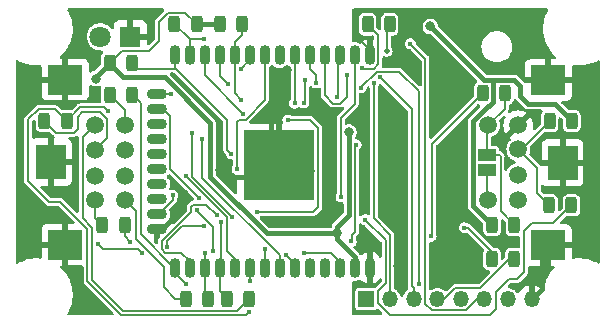
<source format=gbr>
G04 #@! TF.GenerationSoftware,KiCad,Pcbnew,(6.0.1-0)*
G04 #@! TF.CreationDate,2022-03-09T23:30:53+00:00*
G04 #@! TF.ProjectId,sharpkey,73686172-706b-4657-992e-6b696361645f,1.3*
G04 #@! TF.SameCoordinates,Original*
G04 #@! TF.FileFunction,Copper,L2,Bot*
G04 #@! TF.FilePolarity,Positive*
%FSLAX46Y46*%
G04 Gerber Fmt 4.6, Leading zero omitted, Abs format (unit mm)*
G04 Created by KiCad (PCBNEW (6.0.1-0)) date 2022-03-09 23:30:53*
%MOMM*%
%LPD*%
G01*
G04 APERTURE LIST*
G04 Aperture macros list*
%AMRoundRect*
0 Rectangle with rounded corners*
0 $1 Rounding radius*
0 $2 $3 $4 $5 $6 $7 $8 $9 X,Y pos of 4 corners*
0 Add a 4 corners polygon primitive as box body*
4,1,4,$2,$3,$4,$5,$6,$7,$8,$9,$2,$3,0*
0 Add four circle primitives for the rounded corners*
1,1,$1+$1,$2,$3*
1,1,$1+$1,$4,$5*
1,1,$1+$1,$6,$7*
1,1,$1+$1,$8,$9*
0 Add four rect primitives between the rounded corners*
20,1,$1+$1,$2,$3,$4,$5,0*
20,1,$1+$1,$4,$5,$6,$7,0*
20,1,$1+$1,$6,$7,$8,$9,0*
20,1,$1+$1,$8,$9,$2,$3,0*%
G04 Aperture macros list end*
G04 #@! TA.AperFunction,ComponentPad*
%ADD10R,1.800000X1.800000*%
G04 #@! TD*
G04 #@! TA.AperFunction,ComponentPad*
%ADD11C,1.800000*%
G04 #@! TD*
G04 #@! TA.AperFunction,ComponentPad*
%ADD12C,1.500000*%
G04 #@! TD*
G04 #@! TA.AperFunction,ComponentPad*
%ADD13R,2.500000X3.000000*%
G04 #@! TD*
G04 #@! TA.AperFunction,ComponentPad*
%ADD14R,3.000000X2.500000*%
G04 #@! TD*
G04 #@! TA.AperFunction,ComponentPad*
%ADD15R,1.350000X1.350000*%
G04 #@! TD*
G04 #@! TA.AperFunction,ComponentPad*
%ADD16O,1.350000X1.350000*%
G04 #@! TD*
G04 #@! TA.AperFunction,SMDPad,CuDef*
%ADD17RoundRect,0.243750X0.243750X0.456250X-0.243750X0.456250X-0.243750X-0.456250X0.243750X-0.456250X0*%
G04 #@! TD*
G04 #@! TA.AperFunction,SMDPad,CuDef*
%ADD18RoundRect,0.243750X-0.243750X-0.456250X0.243750X-0.456250X0.243750X0.456250X-0.243750X0.456250X0*%
G04 #@! TD*
G04 #@! TA.AperFunction,SMDPad,CuDef*
%ADD19O,0.900000X1.700000*%
G04 #@! TD*
G04 #@! TA.AperFunction,SMDPad,CuDef*
%ADD20O,1.700000X0.900000*%
G04 #@! TD*
G04 #@! TA.AperFunction,SMDPad,CuDef*
%ADD21R,6.000000X6.000000*%
G04 #@! TD*
G04 #@! TA.AperFunction,SMDPad,CuDef*
%ADD22R,1.500000X1.000000*%
G04 #@! TD*
G04 #@! TA.AperFunction,ViaPad*
%ADD23C,0.800000*%
G04 #@! TD*
G04 #@! TA.AperFunction,ViaPad*
%ADD24C,0.400000*%
G04 #@! TD*
G04 #@! TA.AperFunction,ViaPad*
%ADD25C,0.500000*%
G04 #@! TD*
G04 #@! TA.AperFunction,Conductor*
%ADD26C,0.381000*%
G04 #@! TD*
G04 #@! TA.AperFunction,Conductor*
%ADD27C,0.152400*%
G04 #@! TD*
G04 APERTURE END LIST*
D10*
X59980000Y-82660000D03*
D11*
X57440000Y-82660000D03*
D12*
X92820000Y-92177000D03*
X92820000Y-94336000D03*
X92820000Y-90145000D03*
X92820000Y-96495000D03*
X90280000Y-90145000D03*
X90280000Y-96495000D03*
D13*
X96567800Y-93320000D03*
D14*
X95360000Y-100305000D03*
X95360000Y-86335000D03*
D15*
X79950000Y-104870000D03*
D16*
X81950000Y-104870000D03*
X83950000Y-104870000D03*
X85950000Y-104870000D03*
X87950000Y-104870000D03*
X89950000Y-104870000D03*
X91950000Y-104870000D03*
X93950000Y-104870000D03*
D12*
X57000000Y-94413000D03*
X57000000Y-92254000D03*
X57000000Y-96445000D03*
X59540000Y-94413000D03*
X57000000Y-90095000D03*
X59540000Y-96445000D03*
X59540000Y-92254000D03*
X59540000Y-90095000D03*
D14*
X54460000Y-86285000D03*
D13*
X53252200Y-93270000D03*
D14*
X54460000Y-100255000D03*
D17*
X54577500Y-89780000D03*
X52702500Y-89780000D03*
D18*
X57602500Y-98600000D03*
X59477500Y-98600000D03*
X68162500Y-104820000D03*
X70037500Y-104820000D03*
X64642500Y-104820000D03*
X66517500Y-104820000D03*
D17*
X60087500Y-87550000D03*
X58212500Y-87550000D03*
X97347500Y-89800000D03*
X95472500Y-89800000D03*
D18*
X95442500Y-96920000D03*
X97317500Y-96920000D03*
D17*
X91677500Y-87430000D03*
X89802500Y-87430000D03*
D18*
X80052500Y-81600000D03*
X81927500Y-81600000D03*
X90612500Y-98590000D03*
X92487500Y-98590000D03*
D19*
X80230000Y-102220000D03*
X78960000Y-102220000D03*
X77690000Y-102220000D03*
X76420000Y-102220000D03*
X75150000Y-102220000D03*
X73880000Y-102220000D03*
X72610000Y-102220000D03*
X71340000Y-102220000D03*
X70070000Y-102220000D03*
X68800000Y-102220000D03*
X67530000Y-102220000D03*
X66260000Y-102220000D03*
X64990000Y-102220000D03*
X63720000Y-102220000D03*
D20*
X62230000Y-98935000D03*
X62230000Y-97665000D03*
X62230000Y-96395000D03*
X62230000Y-95125000D03*
X62230000Y-93855000D03*
X62230000Y-92585000D03*
X62230000Y-91315000D03*
X62230000Y-90045000D03*
X62230000Y-88775000D03*
X62230000Y-87505000D03*
D19*
X63720000Y-84220000D03*
X64990000Y-84220000D03*
X66260000Y-84220000D03*
X67530000Y-84220000D03*
X68800000Y-84220000D03*
X70070000Y-84220000D03*
X71340000Y-84220000D03*
X72610000Y-84220000D03*
X73880000Y-84220000D03*
X75150000Y-84220000D03*
X76420000Y-84220000D03*
X77690000Y-84220000D03*
X78960000Y-84220000D03*
X80230000Y-84220000D03*
D21*
X72530000Y-93520000D03*
D18*
X90592500Y-101470000D03*
X92467500Y-101470000D03*
D17*
X60107500Y-84840000D03*
X58232500Y-84840000D03*
X69397500Y-81600000D03*
X67522500Y-81600000D03*
D18*
X63702500Y-81600000D03*
X65577500Y-81600000D03*
D22*
X90170000Y-93970000D03*
X90170000Y-92670000D03*
D23*
X83534178Y-85458592D03*
X75217243Y-94002757D03*
X77070000Y-93175500D03*
X67590000Y-93955700D03*
X64527207Y-96002793D03*
X78950000Y-89430000D03*
X73200000Y-85500000D03*
X77217614Y-88985700D03*
X82660500Y-102060000D03*
X56912300Y-84518567D03*
X80050000Y-100100000D03*
X86520000Y-96600000D03*
X81530000Y-88040000D03*
D24*
X75672100Y-86574400D03*
X80574071Y-86604071D03*
X81094071Y-86105700D03*
X78330000Y-85870000D03*
X68503454Y-92566545D03*
D23*
X85370000Y-81770000D03*
X78475700Y-90720000D03*
X77470000Y-99309511D03*
X57040000Y-86210000D03*
D24*
X79858629Y-98158089D03*
X71340000Y-100654300D03*
X70080000Y-103350000D03*
X85434500Y-99545700D03*
X74670000Y-100980000D03*
X84410700Y-103560700D03*
X79528100Y-86977300D03*
X69350000Y-88000000D03*
X83689000Y-83246800D03*
X66213200Y-82835400D03*
X66036900Y-91287100D03*
X58092800Y-88965600D03*
X70027600Y-105955800D03*
X63113600Y-100459000D03*
X59978100Y-100060200D03*
X77804500Y-96230000D03*
X66190000Y-98710000D03*
X64660000Y-94460000D03*
X67644300Y-98334300D03*
X70678629Y-97528629D03*
X73310000Y-89700000D03*
X78661800Y-99990000D03*
X66280000Y-100940000D03*
X79090000Y-91790000D03*
X64643000Y-103572900D03*
X69517700Y-89185600D03*
X73880000Y-88292800D03*
X74660000Y-88260000D03*
X68236200Y-86666100D03*
X74762100Y-86316900D03*
X77490000Y-87749300D03*
X69000000Y-93875700D03*
X65810000Y-96320000D03*
X68600000Y-97880000D03*
X65190000Y-90811400D03*
X69300000Y-85350000D03*
X67280000Y-97770000D03*
X88235429Y-98814571D03*
D25*
X81670000Y-83853700D03*
D24*
X66950000Y-100830000D03*
X60950979Y-100963721D03*
X57258500Y-100209600D03*
X73111700Y-101134472D03*
X65595700Y-97335700D03*
X79595000Y-85279500D03*
X63440000Y-87510000D03*
X63567100Y-96072000D03*
D26*
X64527207Y-97068793D02*
X64527207Y-96002793D01*
X71520000Y-94530000D02*
X72530000Y-93520000D01*
X71910000Y-92900000D02*
X72530000Y-93520000D01*
X71910000Y-86790000D02*
X71910000Y-92900000D01*
X94840000Y-100825000D02*
X95360000Y-100305000D01*
D27*
X79270000Y-80410000D02*
X92140000Y-80410000D01*
X80230000Y-84220000D02*
X80230000Y-83750000D01*
D26*
X94840000Y-103980000D02*
X94840000Y-100825000D01*
X67590000Y-93955700D02*
X68164300Y-94530000D01*
D27*
X78990000Y-82510000D02*
X78990000Y-80690000D01*
X78990000Y-80690000D02*
X79270000Y-80410000D01*
D26*
X62230000Y-98935000D02*
X62661000Y-98935000D01*
X62661000Y-98935000D02*
X64527207Y-97068793D01*
D27*
X95360000Y-83630000D02*
X95360000Y-86335000D01*
D26*
X73200000Y-85500000D02*
X71910000Y-86790000D01*
X68164300Y-94530000D02*
X71520000Y-94530000D01*
D27*
X80230000Y-83750000D02*
X78990000Y-82510000D01*
X92140000Y-80410000D02*
X95360000Y-83630000D01*
D26*
X93950000Y-104870000D02*
X94840000Y-103980000D01*
D27*
X90170000Y-96385000D02*
X90280000Y-96495000D01*
X90170000Y-93970000D02*
X90170000Y-96385000D01*
X80574071Y-98044071D02*
X81950000Y-99420000D01*
X75672100Y-85868600D02*
X75150000Y-85346500D01*
X75150000Y-84220000D02*
X75150000Y-85346500D01*
X75672100Y-86574400D02*
X75672100Y-85868600D01*
X81950000Y-99420000D02*
X81950000Y-104870000D01*
X80574071Y-86604071D02*
X80574071Y-98044071D01*
X76420100Y-87610100D02*
X77120000Y-88310000D01*
X77120000Y-88310000D02*
X77750000Y-88310000D01*
X77750000Y-88310000D02*
X78330000Y-87730000D01*
X76420000Y-85346500D02*
X76420100Y-85346500D01*
X83786000Y-103754500D02*
X83950000Y-103918500D01*
X76420000Y-84220000D02*
X76420000Y-85346500D01*
X78330000Y-87730000D02*
X78330000Y-85870000D01*
X76420100Y-85346500D02*
X76420100Y-87610100D01*
X83950000Y-103918500D02*
X83950000Y-104870000D01*
X83786000Y-88797629D02*
X83786000Y-103754500D01*
X81094071Y-86105700D02*
X83786000Y-88797629D01*
X68503454Y-92566545D02*
X68168800Y-92231891D01*
X68168800Y-89723000D02*
X63720000Y-85274200D01*
X60107500Y-84840000D02*
X60614000Y-85346500D01*
X63720000Y-85346500D02*
X63720000Y-85274200D01*
X68168800Y-92231891D02*
X68168800Y-89723000D01*
X63720000Y-84783200D02*
X63720000Y-85201900D01*
X60614000Y-85346500D02*
X63720000Y-85346500D01*
X63720000Y-85201900D02*
X63720000Y-85274200D01*
X63720000Y-84220000D02*
X63720000Y-84783200D01*
X55505100Y-89434900D02*
X55909300Y-89030700D01*
X57419700Y-89030700D02*
X58033400Y-89644400D01*
X55185100Y-90784900D02*
X55505100Y-90464900D01*
X58033400Y-91220600D02*
X57000000Y-92254000D01*
X53707400Y-90784900D02*
X55185100Y-90784900D01*
X55909300Y-89030700D02*
X57419700Y-89030700D01*
X52702500Y-89780000D02*
X53707400Y-90784900D01*
X55505100Y-90464900D02*
X55505100Y-89434900D01*
X58033400Y-89644400D02*
X58033400Y-91220600D01*
X57000000Y-97997500D02*
X57000000Y-96445000D01*
X57602500Y-98600000D02*
X57000000Y-97997500D01*
X56747000Y-103257000D02*
X56747000Y-98851900D01*
X59350600Y-105860600D02*
X56747000Y-103257000D01*
X70037500Y-104820000D02*
X68996900Y-105860600D01*
X68996900Y-105860600D02*
X59350600Y-105860600D01*
X55922600Y-91172400D02*
X57000000Y-90095000D01*
X56747000Y-98851900D02*
X55922600Y-98027500D01*
X55922600Y-98027500D02*
X55922600Y-91172400D01*
X60478300Y-97383300D02*
X59540000Y-96445000D01*
X60478300Y-99818300D02*
X60478300Y-97383300D01*
X62800000Y-103880000D02*
X62800000Y-102140000D01*
X63740000Y-104820000D02*
X62800000Y-103880000D01*
X64642500Y-104820000D02*
X63740000Y-104820000D01*
X62800000Y-102140000D02*
X60478300Y-99818300D01*
X59540000Y-90095000D02*
X59540000Y-88877500D01*
X59540000Y-88877500D02*
X58212500Y-87550000D01*
D26*
X71539478Y-99309500D02*
X66750000Y-94520022D01*
X58232500Y-84949900D02*
X58232500Y-84840000D01*
X78480000Y-90724300D02*
X78480000Y-97730000D01*
X90289980Y-88520020D02*
X88989900Y-89820100D01*
X92960000Y-87650000D02*
X92960000Y-86810000D01*
X95917500Y-88370000D02*
X93680000Y-88370000D01*
X92460000Y-86310000D02*
X92220000Y-86310000D01*
X85370000Y-81770000D02*
X89913300Y-86313300D01*
X62865500Y-86055500D02*
X59338000Y-86055500D01*
X92242000Y-86313300D02*
X90686200Y-86313300D01*
X88989900Y-89820100D02*
X88989900Y-96967400D01*
X97347500Y-89800000D02*
X95917500Y-88370000D01*
X92960000Y-86810000D02*
X92460000Y-86310000D01*
X88989900Y-96967400D02*
X90612500Y-98590000D01*
D27*
X62380000Y-83010000D02*
X62380000Y-81370000D01*
D26*
X58232500Y-84840000D02*
X57040000Y-86032500D01*
D27*
X59236789Y-83835711D02*
X61554289Y-83835711D01*
D26*
X77470000Y-98740000D02*
X77470000Y-99309511D01*
X90686200Y-88142586D02*
X90308766Y-88520020D01*
X66750000Y-94520022D02*
X66750000Y-89940000D01*
X78475700Y-90720000D02*
X78480000Y-90724300D01*
X78960000Y-101270000D02*
X78960000Y-102220000D01*
D27*
X62380000Y-81370000D02*
X63125720Y-80624280D01*
D26*
X77470000Y-99309511D02*
X77470000Y-99780000D01*
X78480000Y-97730000D02*
X77470000Y-98740000D01*
D27*
X64601780Y-80624280D02*
X65577500Y-81600000D01*
D26*
X90686200Y-86313300D02*
X90686200Y-88142586D01*
X77470000Y-99780000D02*
X78960000Y-101270000D01*
X67522500Y-81600000D02*
X65577500Y-81600000D01*
X89913300Y-86313300D02*
X90686200Y-86313300D01*
X93680000Y-88370000D02*
X92960000Y-87650000D01*
X57040000Y-86032500D02*
X57040000Y-86210000D01*
X77469989Y-99309500D02*
X71539478Y-99309500D01*
X77470000Y-99309511D02*
X77469989Y-99309500D01*
D27*
X58232500Y-84840000D02*
X59236789Y-83835711D01*
D26*
X90308766Y-88520020D02*
X90289980Y-88520020D01*
D27*
X61554289Y-83835711D02*
X62380000Y-83010000D01*
D26*
X59131400Y-85848800D02*
X58232500Y-84949900D01*
X59338000Y-86055500D02*
X59131400Y-85848800D01*
X66750000Y-89940000D02*
X62865500Y-86055500D01*
D27*
X63125720Y-80624280D02*
X64601780Y-80624280D01*
X81595711Y-99895171D02*
X81595711Y-103529890D01*
X90950000Y-104250000D02*
X92040000Y-103160000D01*
X71340000Y-100654300D02*
X71340000Y-102220000D01*
X79858629Y-98158089D02*
X81595711Y-99895171D01*
X93322500Y-99140700D02*
X94000500Y-98462700D01*
X81595711Y-103529890D02*
X80955900Y-104169701D01*
X90426600Y-106213400D02*
X90950000Y-105690000D01*
X81938200Y-106213400D02*
X90426600Y-106213400D01*
X92730000Y-103160000D02*
X93322500Y-102567500D01*
X92040000Y-103160000D02*
X92730000Y-103160000D01*
X80955900Y-105231100D02*
X81938200Y-106213400D01*
X95774800Y-98462700D02*
X97317500Y-96920000D01*
X93322500Y-102567500D02*
X93322500Y-99140700D01*
X90950000Y-105690000D02*
X90950000Y-104250000D01*
X94000500Y-98462700D02*
X95774800Y-98462700D01*
X80955900Y-104169701D02*
X80955900Y-105231100D01*
X70070000Y-103340000D02*
X70070000Y-102220000D01*
X70080000Y-103350000D02*
X70070000Y-103340000D01*
X85532500Y-91700000D02*
X89802500Y-87430000D01*
X85434500Y-99545700D02*
X85532500Y-99447700D01*
X85532500Y-99447700D02*
X85532500Y-91700000D01*
X94430000Y-95907500D02*
X94430000Y-93786900D01*
X92957800Y-92314700D02*
X92820000Y-92177000D01*
X95442500Y-96920000D02*
X94430000Y-95907500D01*
X94430000Y-93786900D02*
X92957800Y-92314700D01*
X95472500Y-89800000D02*
X92957800Y-92314700D01*
X91318700Y-97421200D02*
X92487500Y-98590000D01*
X90280000Y-90145000D02*
X90170000Y-90255000D01*
X90170000Y-92670000D02*
X90170000Y-90255000D01*
X90170000Y-92670000D02*
X91196500Y-92670000D01*
X91318700Y-92792200D02*
X91318700Y-97421200D01*
X91196500Y-92670000D02*
X91318700Y-92792200D01*
X90280000Y-90145000D02*
X91677500Y-88747500D01*
X91677500Y-88747500D02*
X91677500Y-87430000D01*
X77690000Y-101690000D02*
X77690000Y-102220000D01*
X76980000Y-100980000D02*
X77690000Y-101690000D01*
X74670000Y-100980000D02*
X76980000Y-100980000D01*
X69397500Y-82496000D02*
X68800000Y-83093500D01*
X68800000Y-84174000D02*
X68800000Y-84220000D01*
X79528100Y-86925390D02*
X79528100Y-86977300D01*
X80823490Y-85630000D02*
X79528100Y-86925390D01*
X68800000Y-84174000D02*
X68800000Y-83093500D01*
X69397500Y-81600000D02*
X69397500Y-82496000D01*
X84410700Y-87290700D02*
X82750000Y-85630000D01*
X84410700Y-103560700D02*
X84410700Y-87290700D01*
X68800000Y-84220000D02*
X68800000Y-87450000D01*
X82750000Y-85630000D02*
X80823490Y-85630000D01*
X68800000Y-87450000D02*
X69350000Y-88000000D01*
X88403900Y-105821500D02*
X85477600Y-105821500D01*
X64990000Y-82887500D02*
X64990000Y-84220000D01*
X84958800Y-84516600D02*
X83689000Y-83246800D01*
X63702500Y-81600000D02*
X64990000Y-82887500D01*
X66161100Y-82887500D02*
X66213200Y-82835400D01*
X64990000Y-82887500D02*
X66161100Y-82887500D01*
X84958800Y-105302700D02*
X84958800Y-84516600D01*
X85477600Y-105821500D02*
X84958800Y-105302700D01*
X89950000Y-104870000D02*
X89355400Y-104870000D01*
X89355400Y-104870000D02*
X88403900Y-105821500D01*
X69770000Y-106213400D02*
X59183400Y-106213400D01*
X72610000Y-101170000D02*
X66036900Y-94596900D01*
X54028700Y-96632500D02*
X53062500Y-96632500D01*
X72610000Y-102220000D02*
X72610000Y-101170000D01*
X57764400Y-88637200D02*
X55720300Y-88637200D01*
X51330000Y-89651000D02*
X52212300Y-88768700D01*
X53566200Y-88768700D02*
X54577500Y-89780000D01*
X56340600Y-103370600D02*
X56340600Y-98944400D01*
X58092800Y-88965600D02*
X57764400Y-88637200D01*
X52212300Y-88768700D02*
X53566200Y-88768700D01*
X59183400Y-106213400D02*
X56340600Y-103370600D01*
X70027600Y-105955800D02*
X69770000Y-106213400D01*
X55720300Y-88637200D02*
X54577500Y-89780000D01*
X56340600Y-98944400D02*
X54028700Y-96632500D01*
X66036900Y-94596900D02*
X66036900Y-91287100D01*
X51330000Y-94900000D02*
X51330000Y-89651000D01*
X53062500Y-96632500D02*
X51330000Y-94900000D01*
X63113600Y-99984090D02*
X63113600Y-100459000D01*
X78960000Y-88370000D02*
X78960000Y-84220000D01*
X77800000Y-96225500D02*
X77800000Y-89530000D01*
X77804500Y-96230000D02*
X77800000Y-96225500D01*
X59477500Y-99559600D02*
X59477500Y-98600000D01*
X77800000Y-89530000D02*
X78960000Y-88370000D01*
X64387690Y-98710000D02*
X63113600Y-99984090D01*
X59978100Y-100060200D02*
X59477500Y-99559600D01*
X66190000Y-98710000D02*
X64387690Y-98710000D01*
X68120000Y-97920000D02*
X68120000Y-100810000D01*
X68800000Y-101490000D02*
X68800000Y-102220000D01*
X64660000Y-94460000D02*
X68120000Y-97920000D01*
X68120000Y-100810000D02*
X68800000Y-101490000D01*
X67630000Y-102120000D02*
X67530000Y-102220000D01*
X75892954Y-90377243D02*
X75215711Y-89700000D01*
X75469600Y-97490400D02*
X75892954Y-97067046D01*
X67530000Y-104187500D02*
X68162500Y-104820000D01*
X75892954Y-97067046D02*
X75892954Y-90377243D01*
X67644300Y-98334300D02*
X67630000Y-98348600D01*
X75215711Y-89700000D02*
X73310000Y-89700000D01*
X70716858Y-97490400D02*
X75469600Y-97490400D01*
X67630000Y-98348600D02*
X67630000Y-102120000D01*
X70678629Y-97528629D02*
X70716858Y-97490400D01*
X67530000Y-102220000D02*
X67530000Y-104187500D01*
X78747511Y-99904289D02*
X78661800Y-99990000D01*
X79090000Y-91790000D02*
X79000000Y-91880000D01*
X79000000Y-91880000D02*
X79000000Y-99200000D01*
X66260000Y-104562500D02*
X66517500Y-104820000D01*
X79000000Y-99200000D02*
X78747511Y-99452489D01*
X66260000Y-100960000D02*
X66260000Y-104562500D01*
X78747511Y-99452489D02*
X78747511Y-99904289D01*
X66260000Y-100960000D02*
X66280000Y-100940000D01*
X63720000Y-102649900D02*
X63720000Y-102220000D01*
X60834200Y-99352400D02*
X60834200Y-88296700D01*
X64643000Y-103572900D02*
X63720000Y-102649900D01*
X63720000Y-102220000D02*
X63701800Y-102220000D01*
X60834200Y-88296700D02*
X60087500Y-87550000D01*
X63701800Y-102220000D02*
X60834200Y-99352400D01*
X66260000Y-85927900D02*
X69517700Y-89185600D01*
X66260000Y-84220000D02*
X66260000Y-85927900D01*
X73880000Y-88292800D02*
X73880000Y-84220000D01*
X74660000Y-88260000D02*
X74762100Y-88157900D01*
X67530000Y-85959900D02*
X68236200Y-86666100D01*
X67530000Y-84220000D02*
X67530000Y-85959900D01*
X74762100Y-88157900D02*
X74762100Y-86316900D01*
X77490000Y-87749300D02*
X77520500Y-87718800D01*
X77520500Y-84389500D02*
X77690000Y-84220000D01*
X77520500Y-87718800D02*
X77520500Y-84389500D01*
X69000000Y-89836800D02*
X69000000Y-93875700D01*
X71340000Y-84220000D02*
X71340000Y-88048800D01*
X69726600Y-89662200D02*
X69174600Y-89662200D01*
X69174600Y-89662200D02*
X69000000Y-89836800D01*
X71340000Y-88048800D02*
X69726600Y-89662200D01*
X62745000Y-88775000D02*
X62230000Y-88775000D01*
X65810000Y-96320000D02*
X63370000Y-93880000D01*
X63370000Y-89400000D02*
X62745000Y-88775000D01*
X63370000Y-93880000D02*
X63370000Y-89400000D01*
X68577690Y-97880000D02*
X65190000Y-94492310D01*
X69300000Y-85350000D02*
X70070000Y-84580000D01*
X65190000Y-94492310D02*
X65190000Y-90811400D01*
X70070000Y-84580000D02*
X70070000Y-84220000D01*
X68600000Y-97880000D02*
X68577690Y-97880000D01*
X66370000Y-96860000D02*
X67280000Y-97770000D01*
X64295500Y-100935500D02*
X64990000Y-101630000D01*
X62916200Y-100935500D02*
X64295500Y-100935500D01*
X65120000Y-97030000D02*
X65290000Y-96860000D01*
X62637100Y-100656400D02*
X62916200Y-100935500D01*
X65290000Y-96860000D02*
X66370000Y-96860000D01*
X64990000Y-101630000D02*
X64990000Y-102220000D01*
X65120000Y-97480000D02*
X65120000Y-97030000D01*
X62637100Y-99962900D02*
X65120000Y-97480000D01*
X62637100Y-99962900D02*
X62637100Y-100656400D01*
X86544600Y-104870000D02*
X85950000Y-104870000D01*
X87496100Y-103918500D02*
X86544600Y-104870000D01*
X92037500Y-101470000D02*
X89589000Y-103918500D01*
X92467500Y-101470000D02*
X92037500Y-101470000D01*
X89589000Y-103918500D02*
X87496100Y-103918500D01*
X90592500Y-100860000D02*
X90592500Y-101470000D01*
X88235429Y-98814571D02*
X88547071Y-98814571D01*
X88547071Y-98814571D02*
X90592500Y-100860000D01*
X81670000Y-83853700D02*
X81670000Y-81857500D01*
X81670000Y-81857500D02*
X81927500Y-81600000D01*
X65595700Y-97335700D02*
X65595700Y-97373780D01*
X65595700Y-97373780D02*
X66950000Y-98728080D01*
X60587258Y-100600000D02*
X57648900Y-100600000D01*
X73880000Y-101902772D02*
X73880000Y-102220000D01*
X73111700Y-101134472D02*
X73880000Y-101902772D01*
X66950000Y-98728080D02*
X66950000Y-100830000D01*
X57648900Y-100600000D02*
X57258500Y-100209600D01*
X60950979Y-100963721D02*
X60587258Y-100600000D01*
X80971600Y-84984200D02*
X80971600Y-82519100D01*
X80971600Y-82519100D02*
X80052500Y-81600000D01*
X79678800Y-85363300D02*
X80592500Y-85363300D01*
X79595000Y-85279500D02*
X79678800Y-85363300D01*
X63435000Y-87505000D02*
X62230000Y-87505000D01*
X63440000Y-87510000D02*
X63435000Y-87505000D01*
X80592500Y-85363300D02*
X80971600Y-84984200D01*
X62386323Y-97665000D02*
X63567100Y-96484223D01*
X63567100Y-96484223D02*
X63567100Y-96072000D01*
X62230000Y-97665000D02*
X62386323Y-97665000D01*
G04 #@! TA.AperFunction,Conductor*
G36*
X62792251Y-80274002D02*
G01*
X62838744Y-80327658D01*
X62848848Y-80397932D01*
X62819354Y-80462512D01*
X62813225Y-80469095D01*
X62160268Y-81122052D01*
X62152164Y-81129478D01*
X62131206Y-81147064D01*
X62131204Y-81147067D01*
X62122761Y-81154151D01*
X62104382Y-81185983D01*
X62103578Y-81187376D01*
X62097673Y-81196645D01*
X62081985Y-81219050D01*
X62081984Y-81219053D01*
X62075660Y-81228084D01*
X62072806Y-81238733D01*
X62071231Y-81242111D01*
X62069960Y-81245604D01*
X62064449Y-81255149D01*
X62062535Y-81266002D01*
X62062535Y-81266003D01*
X62057785Y-81292943D01*
X62055409Y-81303661D01*
X62045476Y-81340733D01*
X62046436Y-81351708D01*
X62046436Y-81351709D01*
X62048821Y-81378968D01*
X62049300Y-81389949D01*
X62049300Y-82820828D01*
X62029298Y-82888949D01*
X62012396Y-82909923D01*
X61734462Y-83187858D01*
X61603096Y-83319224D01*
X61540783Y-83353249D01*
X61469968Y-83348185D01*
X61413132Y-83305638D01*
X61388321Y-83239118D01*
X61388000Y-83230129D01*
X61388000Y-82932115D01*
X61383525Y-82916876D01*
X61382135Y-82915671D01*
X61374452Y-82914000D01*
X59852000Y-82914000D01*
X59783879Y-82893998D01*
X59737386Y-82840342D01*
X59726000Y-82788000D01*
X59726000Y-82387885D01*
X60234000Y-82387885D01*
X60238475Y-82403124D01*
X60239865Y-82404329D01*
X60247548Y-82406000D01*
X61369884Y-82406000D01*
X61385123Y-82401525D01*
X61386328Y-82400135D01*
X61387999Y-82392452D01*
X61387999Y-81715331D01*
X61387629Y-81708510D01*
X61382105Y-81657648D01*
X61378479Y-81642396D01*
X61333324Y-81521946D01*
X61324786Y-81506351D01*
X61248285Y-81404276D01*
X61235724Y-81391715D01*
X61133649Y-81315214D01*
X61118054Y-81306676D01*
X60997606Y-81261522D01*
X60982351Y-81257895D01*
X60931486Y-81252369D01*
X60924672Y-81252000D01*
X60252115Y-81252000D01*
X60236876Y-81256475D01*
X60235671Y-81257865D01*
X60234000Y-81265548D01*
X60234000Y-82387885D01*
X59726000Y-82387885D01*
X59726000Y-81270116D01*
X59721525Y-81254877D01*
X59720135Y-81253672D01*
X59712452Y-81252001D01*
X59035331Y-81252001D01*
X59028510Y-81252371D01*
X58977648Y-81257895D01*
X58962396Y-81261521D01*
X58841946Y-81306676D01*
X58826351Y-81315214D01*
X58724276Y-81391715D01*
X58711715Y-81404276D01*
X58635214Y-81506351D01*
X58626676Y-81521946D01*
X58581522Y-81642394D01*
X58577895Y-81657649D01*
X58572369Y-81708514D01*
X58572000Y-81715328D01*
X58572000Y-81866918D01*
X58551998Y-81935039D01*
X58498342Y-81981532D01*
X58428068Y-81991636D01*
X58363488Y-81962142D01*
X58345042Y-81942307D01*
X58305089Y-81888803D01*
X58305088Y-81888802D01*
X58301636Y-81884179D01*
X58290971Y-81874320D01*
X58150066Y-81744069D01*
X58150063Y-81744067D01*
X58145826Y-81740150D01*
X57966377Y-81626926D01*
X57769300Y-81548300D01*
X57763643Y-81547175D01*
X57763637Y-81547173D01*
X57566863Y-81508033D01*
X57566859Y-81508033D01*
X57561195Y-81506906D01*
X57555420Y-81506830D01*
X57555416Y-81506830D01*
X57448804Y-81505434D01*
X57349031Y-81504128D01*
X57343334Y-81505107D01*
X57343333Y-81505107D01*
X57332433Y-81506980D01*
X57139913Y-81540061D01*
X56940846Y-81613501D01*
X56935885Y-81616453D01*
X56935884Y-81616453D01*
X56763463Y-81719032D01*
X56763460Y-81719034D01*
X56758495Y-81721988D01*
X56754155Y-81725794D01*
X56754151Y-81725797D01*
X56613765Y-81848913D01*
X56598968Y-81861890D01*
X56595393Y-81866425D01*
X56595392Y-81866426D01*
X56477583Y-82015866D01*
X56467607Y-82028520D01*
X56368812Y-82216299D01*
X56367100Y-82221813D01*
X56316450Y-82384934D01*
X56305891Y-82418938D01*
X56280951Y-82629649D01*
X56294829Y-82841377D01*
X56347058Y-83047031D01*
X56435890Y-83239723D01*
X56558350Y-83413000D01*
X56578500Y-83432629D01*
X56655723Y-83507856D01*
X56710337Y-83561059D01*
X56715133Y-83564264D01*
X56715136Y-83564266D01*
X56796085Y-83618354D01*
X56886760Y-83678941D01*
X56892063Y-83681219D01*
X56892066Y-83681221D01*
X56985783Y-83721485D01*
X57081711Y-83762699D01*
X57157750Y-83779905D01*
X57283025Y-83808252D01*
X57283030Y-83808253D01*
X57288662Y-83809527D01*
X57294433Y-83809754D01*
X57294435Y-83809754D01*
X57359911Y-83812326D01*
X57500681Y-83817857D01*
X57512966Y-83816076D01*
X57527485Y-83813971D01*
X57597771Y-83823992D01*
X57651481Y-83870421D01*
X57671564Y-83938518D01*
X57651642Y-84006663D01*
X57637370Y-84024395D01*
X57632811Y-84027811D01*
X57627429Y-84034992D01*
X57553432Y-84133726D01*
X57547217Y-84142018D01*
X57544065Y-84150426D01*
X57508292Y-84245854D01*
X57497119Y-84275658D01*
X57490500Y-84336585D01*
X57490501Y-84644006D01*
X57490501Y-84900484D01*
X57470499Y-84968605D01*
X57453596Y-84989579D01*
X56889196Y-85553979D01*
X56829517Y-85587402D01*
X56810184Y-85592043D01*
X56803440Y-85595524D01*
X56803437Y-85595525D01*
X56676163Y-85661216D01*
X56676159Y-85661218D01*
X56669414Y-85664700D01*
X56664426Y-85669051D01*
X56597238Y-85690670D01*
X56528625Y-85672426D01*
X56480769Y-85619983D01*
X56467999Y-85564712D01*
X56467999Y-84990331D01*
X56467629Y-84983510D01*
X56462105Y-84932648D01*
X56458479Y-84917396D01*
X56413324Y-84796946D01*
X56404786Y-84781351D01*
X56328285Y-84679276D01*
X56315724Y-84666715D01*
X56213649Y-84590214D01*
X56198054Y-84581676D01*
X56077606Y-84536522D01*
X56062351Y-84532895D01*
X56011486Y-84527369D01*
X56004672Y-84527000D01*
X54732115Y-84527000D01*
X54716876Y-84531475D01*
X54715671Y-84532865D01*
X54714000Y-84540548D01*
X54714000Y-88024884D01*
X54718475Y-88040123D01*
X54719865Y-88041328D01*
X54727548Y-88042999D01*
X56004669Y-88042999D01*
X56011490Y-88042629D01*
X56062352Y-88037105D01*
X56077604Y-88033479D01*
X56198054Y-87988324D01*
X56213649Y-87979786D01*
X56315724Y-87903285D01*
X56328285Y-87890724D01*
X56404786Y-87788649D01*
X56413324Y-87773054D01*
X56458478Y-87652606D01*
X56462105Y-87637351D01*
X56467631Y-87586486D01*
X56468000Y-87579672D01*
X56468000Y-86855340D01*
X56488002Y-86787219D01*
X56541658Y-86740726D01*
X56611932Y-86730622D01*
X56657339Y-86748776D01*
X56658076Y-86747419D01*
X56797293Y-86823008D01*
X56950522Y-86863207D01*
X57034477Y-86864526D01*
X57101319Y-86865576D01*
X57101322Y-86865576D01*
X57108916Y-86865695D01*
X57263332Y-86830329D01*
X57310954Y-86806378D01*
X57380799Y-86793641D01*
X57446443Y-86820686D01*
X57487044Y-86878927D01*
X57489712Y-86949874D01*
X57485552Y-86963163D01*
X57477119Y-86985658D01*
X57470500Y-87046585D01*
X57470501Y-88053414D01*
X57470870Y-88056808D01*
X57470870Y-88056814D01*
X57474836Y-88093320D01*
X57477119Y-88114342D01*
X57484926Y-88135166D01*
X57485340Y-88136271D01*
X57490523Y-88207079D01*
X57456601Y-88269447D01*
X57394346Y-88303576D01*
X57367358Y-88306500D01*
X55740249Y-88306500D01*
X55729268Y-88306021D01*
X55702009Y-88303636D01*
X55702008Y-88303636D01*
X55691033Y-88302676D01*
X55653961Y-88312609D01*
X55643245Y-88314984D01*
X55605449Y-88321649D01*
X55595903Y-88327160D01*
X55592414Y-88328430D01*
X55589035Y-88330006D01*
X55578383Y-88332860D01*
X55546939Y-88354878D01*
X55537683Y-88360774D01*
X55519352Y-88371358D01*
X55504451Y-88379961D01*
X55497366Y-88388404D01*
X55497363Y-88388407D01*
X55479778Y-88409364D01*
X55472352Y-88417468D01*
X55080066Y-88809754D01*
X55017754Y-88843780D01*
X54946744Y-88838642D01*
X54936738Y-88834891D01*
X54936734Y-88834890D01*
X54929342Y-88832119D01*
X54921492Y-88831266D01*
X54921491Y-88831266D01*
X54871812Y-88825869D01*
X54871811Y-88825869D01*
X54868415Y-88825500D01*
X54577543Y-88825500D01*
X54286586Y-88825501D01*
X54283192Y-88825870D01*
X54283186Y-88825870D01*
X54233509Y-88831266D01*
X54233507Y-88831266D01*
X54225658Y-88832119D01*
X54218264Y-88834891D01*
X54218263Y-88834891D01*
X54208256Y-88838642D01*
X54137449Y-88843824D01*
X54074934Y-88809754D01*
X53814148Y-88548968D01*
X53806722Y-88540864D01*
X53789136Y-88519906D01*
X53789133Y-88519904D01*
X53782049Y-88511461D01*
X53748825Y-88492278D01*
X53739555Y-88486373D01*
X53717150Y-88470685D01*
X53717147Y-88470684D01*
X53708116Y-88464360D01*
X53697467Y-88461506D01*
X53694089Y-88459931D01*
X53690596Y-88458660D01*
X53681051Y-88453149D01*
X53670198Y-88451235D01*
X53670197Y-88451235D01*
X53650619Y-88447783D01*
X53643253Y-88446484D01*
X53632539Y-88444109D01*
X53595467Y-88434176D01*
X53584492Y-88435136D01*
X53584491Y-88435136D01*
X53557232Y-88437521D01*
X53546251Y-88438000D01*
X52232249Y-88438000D01*
X52221268Y-88437521D01*
X52194009Y-88435136D01*
X52194008Y-88435136D01*
X52183033Y-88434176D01*
X52145961Y-88444109D01*
X52135247Y-88446484D01*
X52127881Y-88447783D01*
X52108303Y-88451235D01*
X52108302Y-88451235D01*
X52097449Y-88453149D01*
X52087904Y-88458660D01*
X52084411Y-88459931D01*
X52081033Y-88461506D01*
X52070384Y-88464360D01*
X52061353Y-88470684D01*
X52061350Y-88470685D01*
X52038945Y-88486373D01*
X52029675Y-88492279D01*
X52008508Y-88504500D01*
X51996451Y-88511461D01*
X51989368Y-88519902D01*
X51989367Y-88519903D01*
X51971788Y-88540853D01*
X51964363Y-88548956D01*
X51110263Y-89403057D01*
X51102159Y-89410483D01*
X51072761Y-89435151D01*
X51062489Y-89452943D01*
X51053578Y-89468376D01*
X51047673Y-89477645D01*
X51031985Y-89500050D01*
X51031984Y-89500053D01*
X51025660Y-89509084D01*
X51022806Y-89519733D01*
X51021231Y-89523111D01*
X51019960Y-89526604D01*
X51014449Y-89536149D01*
X51012535Y-89547002D01*
X51012535Y-89547003D01*
X51007785Y-89573943D01*
X51005409Y-89584661D01*
X50995476Y-89621733D01*
X50996436Y-89632708D01*
X50996436Y-89632709D01*
X50998821Y-89659968D01*
X50999300Y-89670949D01*
X50999300Y-94880051D01*
X50998821Y-94891032D01*
X50996946Y-94912468D01*
X50995476Y-94929267D01*
X51005409Y-94966339D01*
X51007784Y-94977053D01*
X51014449Y-95014851D01*
X51019960Y-95024396D01*
X51021231Y-95027889D01*
X51022806Y-95031267D01*
X51025660Y-95041916D01*
X51031984Y-95050947D01*
X51031985Y-95050950D01*
X51047673Y-95073355D01*
X51053578Y-95082624D01*
X51072761Y-95115849D01*
X51081204Y-95122933D01*
X51081206Y-95122936D01*
X51102164Y-95140522D01*
X51110268Y-95147948D01*
X52814552Y-96852232D01*
X52821978Y-96860336D01*
X52839564Y-96881294D01*
X52839567Y-96881296D01*
X52846651Y-96889739D01*
X52878483Y-96908118D01*
X52879876Y-96908922D01*
X52889145Y-96914827D01*
X52911550Y-96930515D01*
X52911553Y-96930516D01*
X52920584Y-96936840D01*
X52931233Y-96939694D01*
X52934611Y-96941269D01*
X52938104Y-96942540D01*
X52947649Y-96948051D01*
X52958502Y-96949965D01*
X52958503Y-96949965D01*
X52969600Y-96951922D01*
X52985447Y-96954716D01*
X52996161Y-96957091D01*
X53033233Y-96967024D01*
X53044208Y-96966064D01*
X53044209Y-96966064D01*
X53071468Y-96963679D01*
X53082449Y-96963200D01*
X53839530Y-96963200D01*
X53907651Y-96983202D01*
X53928625Y-97000105D01*
X55210425Y-98281905D01*
X55244451Y-98344217D01*
X55239386Y-98415032D01*
X55196839Y-98471868D01*
X55130319Y-98496679D01*
X55121330Y-98497000D01*
X54732115Y-98497000D01*
X54716876Y-98501475D01*
X54715671Y-98502865D01*
X54714000Y-98510548D01*
X54714000Y-101994884D01*
X54718475Y-102010123D01*
X54719865Y-102011328D01*
X54727548Y-102012999D01*
X55883900Y-102012999D01*
X55952021Y-102033001D01*
X55998514Y-102086657D01*
X56009900Y-102138999D01*
X56009900Y-103350651D01*
X56009421Y-103361632D01*
X56007264Y-103386292D01*
X56006076Y-103399867D01*
X56016009Y-103436939D01*
X56018384Y-103447653D01*
X56025049Y-103485451D01*
X56030560Y-103494996D01*
X56031831Y-103498489D01*
X56033406Y-103501867D01*
X56036260Y-103512516D01*
X56042584Y-103521547D01*
X56042585Y-103521550D01*
X56058273Y-103543955D01*
X56064178Y-103553224D01*
X56064982Y-103554617D01*
X56083361Y-103586449D01*
X56091804Y-103593533D01*
X56091806Y-103593536D01*
X56112764Y-103611122D01*
X56120868Y-103618548D01*
X58533225Y-106030905D01*
X58567251Y-106093217D01*
X58562186Y-106164032D01*
X58519639Y-106220868D01*
X58453119Y-106245679D01*
X58444130Y-106246000D01*
X54769806Y-106246000D01*
X54701685Y-106225998D01*
X54655192Y-106172342D01*
X54645088Y-106102068D01*
X54660123Y-106057988D01*
X54763832Y-105874554D01*
X54763840Y-105874538D01*
X54765517Y-105871572D01*
X54779714Y-105838570D01*
X54896251Y-105567662D01*
X54896254Y-105567653D01*
X54897599Y-105564527D01*
X54905750Y-105537980D01*
X54994706Y-105248266D01*
X54994708Y-105248257D01*
X54995708Y-105245001D01*
X55015431Y-105142215D01*
X55058052Y-104920098D01*
X55058052Y-104920095D01*
X55058696Y-104916741D01*
X55085823Y-104583595D01*
X55080318Y-104380379D01*
X55076865Y-104252885D01*
X55076864Y-104252876D01*
X55076772Y-104249469D01*
X55071899Y-104213702D01*
X55032109Y-103921662D01*
X55032108Y-103921658D01*
X55031648Y-103918280D01*
X54950981Y-103593911D01*
X54863115Y-103354742D01*
X54836895Y-103283372D01*
X54836894Y-103283369D01*
X54835717Y-103280166D01*
X54822538Y-103253592D01*
X54688725Y-102983785D01*
X54688724Y-102983783D01*
X54687206Y-102980722D01*
X54507191Y-102699090D01*
X54505052Y-102696429D01*
X54505047Y-102696422D01*
X54299925Y-102441239D01*
X54299923Y-102441237D01*
X54297781Y-102438572D01*
X54087304Y-102228095D01*
X54053278Y-102165783D01*
X54058343Y-102094968D01*
X54100890Y-102038132D01*
X54167410Y-102013321D01*
X54176399Y-102013000D01*
X54187885Y-102013000D01*
X54203124Y-102008525D01*
X54204329Y-102007135D01*
X54206000Y-101999452D01*
X54206000Y-100527115D01*
X54201525Y-100511876D01*
X54200135Y-100510671D01*
X54192452Y-100509000D01*
X52470116Y-100509000D01*
X52454877Y-100513475D01*
X52453672Y-100514865D01*
X52452001Y-100522548D01*
X52452001Y-101306350D01*
X52431999Y-101374471D01*
X52378343Y-101420964D01*
X52308992Y-101431196D01*
X52250534Y-101423231D01*
X52247127Y-101423139D01*
X52247118Y-101423138D01*
X52078566Y-101418573D01*
X51916408Y-101414180D01*
X51583262Y-101441307D01*
X51579908Y-101441951D01*
X51579905Y-101441951D01*
X51424291Y-101471811D01*
X51255002Y-101504295D01*
X51251746Y-101505295D01*
X51251737Y-101505297D01*
X51043906Y-101569111D01*
X50935476Y-101602404D01*
X50932350Y-101603749D01*
X50932341Y-101603752D01*
X50706797Y-101700775D01*
X50628431Y-101734486D01*
X50625467Y-101736162D01*
X50625463Y-101736164D01*
X50442012Y-101839882D01*
X50372868Y-101855996D01*
X50305989Y-101832170D01*
X50262608Y-101775969D01*
X50254000Y-101730198D01*
X50254000Y-99982885D01*
X52452000Y-99982885D01*
X52456475Y-99998124D01*
X52457865Y-99999329D01*
X52465548Y-100001000D01*
X54187885Y-100001000D01*
X54203124Y-99996525D01*
X54204329Y-99995135D01*
X54206000Y-99987452D01*
X54206000Y-98515116D01*
X54201525Y-98499877D01*
X54200135Y-98498672D01*
X54192452Y-98497001D01*
X52915331Y-98497001D01*
X52908510Y-98497371D01*
X52857648Y-98502895D01*
X52842396Y-98506521D01*
X52721946Y-98551676D01*
X52706351Y-98560214D01*
X52604276Y-98636715D01*
X52591715Y-98649276D01*
X52515214Y-98751351D01*
X52506676Y-98766946D01*
X52461522Y-98887394D01*
X52457895Y-98902649D01*
X52452369Y-98953514D01*
X52452000Y-98960328D01*
X52452000Y-99982885D01*
X50254000Y-99982885D01*
X50254000Y-87579669D01*
X52452001Y-87579669D01*
X52452371Y-87586490D01*
X52457895Y-87637352D01*
X52461521Y-87652604D01*
X52506676Y-87773054D01*
X52515214Y-87788649D01*
X52591715Y-87890724D01*
X52604276Y-87903285D01*
X52706351Y-87979786D01*
X52721946Y-87988324D01*
X52842394Y-88033478D01*
X52857649Y-88037105D01*
X52908514Y-88042631D01*
X52915328Y-88043000D01*
X54187885Y-88043000D01*
X54203124Y-88038525D01*
X54204329Y-88037135D01*
X54206000Y-88029452D01*
X54206000Y-86557115D01*
X54201525Y-86541876D01*
X54200135Y-86540671D01*
X54192452Y-86539000D01*
X52470116Y-86539000D01*
X52454877Y-86543475D01*
X52453672Y-86544865D01*
X52452001Y-86552548D01*
X52452001Y-87579669D01*
X50254000Y-87579669D01*
X50254000Y-84769804D01*
X50274002Y-84701683D01*
X50327658Y-84655190D01*
X50397932Y-84645086D01*
X50442011Y-84660120D01*
X50628430Y-84765516D01*
X50631566Y-84766865D01*
X50932340Y-84896250D01*
X50932349Y-84896253D01*
X50935475Y-84897598D01*
X50938734Y-84898599D01*
X50938735Y-84898599D01*
X51251736Y-84994705D01*
X51251745Y-84994707D01*
X51255001Y-84995707D01*
X51258352Y-84996350D01*
X51579904Y-85058051D01*
X51579907Y-85058051D01*
X51583261Y-85058695D01*
X51916407Y-85085822D01*
X52078565Y-85081429D01*
X52247117Y-85076864D01*
X52247126Y-85076863D01*
X52250533Y-85076771D01*
X52308991Y-85068806D01*
X52379187Y-85079428D01*
X52432498Y-85126315D01*
X52452000Y-85193652D01*
X52452000Y-86012885D01*
X52456475Y-86028124D01*
X52457865Y-86029329D01*
X52465548Y-86031000D01*
X54187885Y-86031000D01*
X54203124Y-86026525D01*
X54204329Y-86025135D01*
X54206000Y-86017452D01*
X54206000Y-84545116D01*
X54201525Y-84529877D01*
X54200135Y-84528672D01*
X54192452Y-84527001D01*
X54134131Y-84527001D01*
X54066010Y-84506999D01*
X54019517Y-84453343D01*
X54009413Y-84383069D01*
X54038907Y-84318489D01*
X54055191Y-84302795D01*
X54061430Y-84297780D01*
X54297780Y-84061430D01*
X54299924Y-84058763D01*
X54505046Y-83803580D01*
X54505051Y-83803573D01*
X54507190Y-83800912D01*
X54687205Y-83519280D01*
X54793162Y-83305638D01*
X54834198Y-83222897D01*
X54834199Y-83222895D01*
X54835716Y-83219836D01*
X54849119Y-83183355D01*
X54922694Y-82983085D01*
X54950980Y-82906091D01*
X55031647Y-82581722D01*
X55033566Y-82567642D01*
X55076310Y-82253917D01*
X55076310Y-82253916D01*
X55076771Y-82250533D01*
X55077012Y-82241657D01*
X55082339Y-82045000D01*
X55085822Y-81916407D01*
X55058695Y-81583261D01*
X55043699Y-81505107D01*
X54996350Y-81258352D01*
X54995707Y-81255001D01*
X54994707Y-81251745D01*
X54994705Y-81251736D01*
X54898599Y-80938735D01*
X54898599Y-80938734D01*
X54897598Y-80935475D01*
X54896253Y-80932349D01*
X54896250Y-80932340D01*
X54766865Y-80631566D01*
X54765516Y-80628430D01*
X54660120Y-80442012D01*
X54644006Y-80372869D01*
X54667831Y-80305989D01*
X54724033Y-80262608D01*
X54769804Y-80254000D01*
X62724130Y-80254000D01*
X62792251Y-80274002D01*
G37*
G04 #@! TD.AperFunction*
G04 #@! TA.AperFunction,Conductor*
G36*
X79540683Y-98488053D02*
G01*
X79546802Y-98493524D01*
X79552575Y-98500392D01*
X79560043Y-98505363D01*
X79560044Y-98505364D01*
X79653479Y-98567561D01*
X79653482Y-98567562D01*
X79660949Y-98572533D01*
X79669516Y-98575209D01*
X79669517Y-98575210D01*
X79675071Y-98576945D01*
X79785216Y-98611356D01*
X79794189Y-98611521D01*
X79794192Y-98611521D01*
X79794486Y-98611526D01*
X79794765Y-98611613D01*
X79803053Y-98612956D01*
X79802859Y-98614152D01*
X79862228Y-98632774D01*
X79881270Y-98648410D01*
X81228106Y-99995246D01*
X81262132Y-100057558D01*
X81265011Y-100084341D01*
X81265011Y-101223947D01*
X81245009Y-101292068D01*
X81191353Y-101338561D01*
X81121079Y-101348665D01*
X81056499Y-101319171D01*
X81028810Y-101285035D01*
X81023813Y-101276021D01*
X81016562Y-101265588D01*
X80898215Y-101127509D01*
X80889024Y-101118756D01*
X80745320Y-101007289D01*
X80734560Y-101000565D01*
X80571375Y-100920268D01*
X80559481Y-100915845D01*
X80501530Y-100900749D01*
X80487436Y-100901183D01*
X80484000Y-100909364D01*
X80484000Y-103529229D01*
X80487973Y-103542760D01*
X80494075Y-103543637D01*
X80646136Y-103487690D01*
X80657549Y-103482123D01*
X80812108Y-103386292D01*
X80822174Y-103378540D01*
X80954303Y-103253592D01*
X80962601Y-103243978D01*
X81035798Y-103139442D01*
X81091255Y-103095114D01*
X81161874Y-103087805D01*
X81225235Y-103119835D01*
X81261220Y-103181037D01*
X81265011Y-103211713D01*
X81265011Y-103340720D01*
X81245009Y-103408841D01*
X81228106Y-103429815D01*
X80752966Y-103904955D01*
X80690654Y-103938981D01*
X80653325Y-103941148D01*
X80650067Y-103940500D01*
X80643874Y-103940500D01*
X79949774Y-103940501D01*
X79249934Y-103940501D01*
X79214182Y-103947612D01*
X79187874Y-103952844D01*
X79187872Y-103952845D01*
X79175699Y-103955266D01*
X79165379Y-103962161D01*
X79165378Y-103962162D01*
X79123615Y-103990068D01*
X79091516Y-104011516D01*
X79035266Y-104095699D01*
X79020500Y-104169933D01*
X79020501Y-105570066D01*
X79026803Y-105601750D01*
X79031429Y-105625008D01*
X79035266Y-105644301D01*
X79042161Y-105654621D01*
X79042162Y-105654622D01*
X79058722Y-105679405D01*
X79091516Y-105728484D01*
X79175699Y-105784734D01*
X79249933Y-105799500D01*
X79949886Y-105799500D01*
X80650066Y-105799499D01*
X80685818Y-105792388D01*
X80712126Y-105787156D01*
X80712128Y-105787155D01*
X80724301Y-105784734D01*
X80734621Y-105777839D01*
X80734622Y-105777838D01*
X80774510Y-105751185D01*
X80808484Y-105728484D01*
X80811013Y-105724699D01*
X80868553Y-105693282D01*
X80939369Y-105698349D01*
X80984428Y-105727308D01*
X81288025Y-106030905D01*
X81322051Y-106093217D01*
X81316986Y-106164032D01*
X81274439Y-106220868D01*
X81207919Y-106245679D01*
X81198930Y-106246000D01*
X78880000Y-106246000D01*
X78811879Y-106225998D01*
X78765386Y-106172342D01*
X78754000Y-106120000D01*
X78754000Y-103537425D01*
X78756421Y-103512844D01*
X78758976Y-103500000D01*
X78756556Y-103487830D01*
X78756556Y-103487829D01*
X78753943Y-103474693D01*
X78760272Y-103403979D01*
X78803827Y-103347912D01*
X78870779Y-103324294D01*
X78878171Y-103324115D01*
X79041568Y-103324971D01*
X79048948Y-103323199D01*
X79048950Y-103323199D01*
X79199994Y-103286937D01*
X79199998Y-103286936D01*
X79207373Y-103285165D01*
X79348265Y-103212445D01*
X79417972Y-103198976D01*
X79483896Y-103225331D01*
X79501724Y-103242414D01*
X79561790Y-103312496D01*
X79570976Y-103321244D01*
X79714680Y-103432711D01*
X79725440Y-103439435D01*
X79888625Y-103519732D01*
X79900519Y-103524155D01*
X79958470Y-103539251D01*
X79972564Y-103538817D01*
X79976000Y-103530636D01*
X79976000Y-100910771D01*
X79972027Y-100897240D01*
X79965925Y-100896363D01*
X79813864Y-100952310D01*
X79802451Y-100957877D01*
X79647892Y-101053708D01*
X79637832Y-101061455D01*
X79568309Y-101127199D01*
X79505070Y-101159470D01*
X79434424Y-101152430D01*
X79378798Y-101108313D01*
X79369922Y-101093733D01*
X79368672Y-101091327D01*
X79359053Y-101072809D01*
X79357290Y-101069280D01*
X79336286Y-101025540D01*
X79336285Y-101025539D01*
X79332208Y-101017048D01*
X79327366Y-101011810D01*
X79324079Y-101005482D01*
X79319816Y-101000491D01*
X79283037Y-100963712D01*
X79279608Y-100960146D01*
X79247770Y-100925704D01*
X79241375Y-100918786D01*
X79235081Y-100915130D01*
X79229078Y-100909753D01*
X78886799Y-100567474D01*
X78852773Y-100505162D01*
X78857838Y-100434347D01*
X78900385Y-100377511D01*
X78909961Y-100371007D01*
X78955106Y-100343288D01*
X78961130Y-100336633D01*
X79036444Y-100253427D01*
X79036445Y-100253426D01*
X79042472Y-100246767D01*
X79047929Y-100235505D01*
X79095322Y-100137685D01*
X79095322Y-100137684D01*
X79099237Y-100129604D01*
X79120837Y-100001219D01*
X79120910Y-99995246D01*
X79120915Y-99994860D01*
X79120915Y-99994856D01*
X79120974Y-99990000D01*
X79102518Y-99861125D01*
X79098803Y-99852955D01*
X79098801Y-99852947D01*
X79089511Y-99832516D01*
X79078211Y-99780364D01*
X79078211Y-99641659D01*
X79098213Y-99573538D01*
X79115116Y-99552564D01*
X79219732Y-99447948D01*
X79227836Y-99440522D01*
X79248793Y-99422937D01*
X79248796Y-99422934D01*
X79257239Y-99415849D01*
X79276426Y-99382617D01*
X79282322Y-99373361D01*
X79304340Y-99341917D01*
X79307194Y-99331265D01*
X79308770Y-99327886D01*
X79310040Y-99324396D01*
X79315551Y-99314851D01*
X79318526Y-99297982D01*
X79322217Y-99277047D01*
X79324596Y-99266318D01*
X79331671Y-99239912D01*
X79331671Y-99239911D01*
X79334523Y-99229267D01*
X79331179Y-99191039D01*
X79330700Y-99180060D01*
X79330700Y-98581983D01*
X79350702Y-98513862D01*
X79404358Y-98467369D01*
X79474632Y-98457265D01*
X79540683Y-98488053D01*
G37*
G04 #@! TD.AperFunction*
G04 #@! TA.AperFunction,Conductor*
G36*
X95298317Y-80274002D02*
G01*
X95344810Y-80327658D01*
X95354914Y-80397932D01*
X95339880Y-80442011D01*
X95234484Y-80628430D01*
X95233135Y-80631566D01*
X95103750Y-80932340D01*
X95103747Y-80932349D01*
X95102402Y-80935475D01*
X95101401Y-80938734D01*
X95101401Y-80938735D01*
X95005295Y-81251736D01*
X95005293Y-81251745D01*
X95004293Y-81255001D01*
X95003650Y-81258352D01*
X94956302Y-81505107D01*
X94941305Y-81583261D01*
X94914178Y-81916407D01*
X94917661Y-82045000D01*
X94922989Y-82241657D01*
X94923229Y-82250533D01*
X94923690Y-82253916D01*
X94923690Y-82253917D01*
X94966435Y-82567642D01*
X94968353Y-82581722D01*
X95049020Y-82906091D01*
X95077306Y-82983085D01*
X95150882Y-83183355D01*
X95164284Y-83219836D01*
X95165801Y-83222895D01*
X95165802Y-83222897D01*
X95206838Y-83305638D01*
X95312795Y-83519280D01*
X95492810Y-83800912D01*
X95494949Y-83803573D01*
X95494954Y-83803580D01*
X95700076Y-84058763D01*
X95702220Y-84061430D01*
X95938570Y-84297780D01*
X95993233Y-84341719D01*
X96007011Y-84352794D01*
X96047574Y-84411062D01*
X96050195Y-84482010D01*
X96014043Y-84543113D01*
X95950596Y-84574970D01*
X95928071Y-84577000D01*
X95632115Y-84577000D01*
X95616876Y-84581475D01*
X95615671Y-84582865D01*
X95614000Y-84590548D01*
X95614000Y-86062885D01*
X95618475Y-86078124D01*
X95619865Y-86079329D01*
X95627548Y-86081000D01*
X97349884Y-86081000D01*
X97365123Y-86076525D01*
X97366328Y-86075135D01*
X97367999Y-86067452D01*
X97367999Y-85169128D01*
X97388001Y-85101007D01*
X97441657Y-85054514D01*
X97511009Y-85044282D01*
X97746065Y-85076309D01*
X97746093Y-85076311D01*
X97749467Y-85076771D01*
X97752874Y-85076863D01*
X97752883Y-85076864D01*
X97921435Y-85081429D01*
X98083593Y-85085822D01*
X98416739Y-85058695D01*
X98420093Y-85058051D01*
X98420096Y-85058051D01*
X98741648Y-84996350D01*
X98744999Y-84995707D01*
X98748255Y-84994707D01*
X98748264Y-84994705D01*
X99061265Y-84898599D01*
X99061266Y-84898599D01*
X99064525Y-84897598D01*
X99067651Y-84896253D01*
X99067660Y-84896250D01*
X99368434Y-84766865D01*
X99371570Y-84765516D01*
X99557988Y-84660120D01*
X99627131Y-84644006D01*
X99694011Y-84667831D01*
X99737392Y-84724033D01*
X99746000Y-84769804D01*
X99746000Y-101730196D01*
X99725998Y-101798317D01*
X99672342Y-101844810D01*
X99602068Y-101854914D01*
X99557988Y-101839880D01*
X99374538Y-101736162D01*
X99371570Y-101734484D01*
X99303774Y-101705320D01*
X99067660Y-101603750D01*
X99067651Y-101603747D01*
X99064525Y-101602402D01*
X99061265Y-101601401D01*
X98748264Y-101505295D01*
X98748255Y-101505293D01*
X98744999Y-101504293D01*
X98563614Y-101469488D01*
X98420096Y-101441949D01*
X98420093Y-101441949D01*
X98416739Y-101441305D01*
X98083593Y-101414178D01*
X97921435Y-101418571D01*
X97752883Y-101423136D01*
X97752874Y-101423137D01*
X97749467Y-101423229D01*
X97746084Y-101423690D01*
X97746083Y-101423690D01*
X97511010Y-101455718D01*
X97440813Y-101445095D01*
X97387502Y-101398207D01*
X97368000Y-101330871D01*
X97368000Y-100577115D01*
X97363525Y-100561876D01*
X97362135Y-100560671D01*
X97354452Y-100559000D01*
X95632115Y-100559000D01*
X95616876Y-100563475D01*
X95615671Y-100564865D01*
X95614000Y-100572548D01*
X95614000Y-102044884D01*
X95618475Y-102060123D01*
X95619865Y-102061328D01*
X95627548Y-102062999D01*
X95773601Y-102062999D01*
X95841722Y-102083001D01*
X95888215Y-102136657D01*
X95898319Y-102206931D01*
X95868825Y-102271511D01*
X95862696Y-102278094D01*
X95702220Y-102438570D01*
X95700078Y-102441235D01*
X95700076Y-102441237D01*
X95494954Y-102696420D01*
X95494953Y-102696422D01*
X95492810Y-102699088D01*
X95312795Y-102980720D01*
X95311276Y-102983783D01*
X95177463Y-103253592D01*
X95164284Y-103280164D01*
X95163107Y-103283367D01*
X95163106Y-103283370D01*
X95127703Y-103379737D01*
X95049020Y-103593909D01*
X94968353Y-103918278D01*
X94967893Y-103921651D01*
X94967890Y-103921669D01*
X94966905Y-103928904D01*
X94937893Y-103993702D01*
X94878453Y-104032528D01*
X94807459Y-104033055D01*
X94756529Y-104004424D01*
X94677490Y-103931361D01*
X94668365Y-103924360D01*
X94494255Y-103814505D01*
X94484008Y-103809284D01*
X94292793Y-103732997D01*
X94281767Y-103729730D01*
X94221770Y-103717797D01*
X94208894Y-103718949D01*
X94204000Y-103734102D01*
X94204000Y-104998000D01*
X94183998Y-105066121D01*
X94130342Y-105112614D01*
X94078000Y-105124000D01*
X93822000Y-105124000D01*
X93753879Y-105103998D01*
X93707386Y-105050342D01*
X93696000Y-104998000D01*
X93696000Y-103731337D01*
X93692194Y-103718375D01*
X93677278Y-103716439D01*
X93648202Y-103721435D01*
X93637082Y-103724415D01*
X93443940Y-103795669D01*
X93433562Y-103800619D01*
X93256639Y-103905877D01*
X93247327Y-103912643D01*
X93092547Y-104048381D01*
X93084630Y-104056724D01*
X92957180Y-104218394D01*
X92950909Y-104228050D01*
X92913829Y-104298528D01*
X92864410Y-104349501D01*
X92795277Y-104365664D01*
X92728381Y-104341885D01*
X92706646Y-104320173D01*
X92706123Y-104320644D01*
X92579805Y-104180353D01*
X92579804Y-104180352D01*
X92575383Y-104175442D01*
X92517215Y-104133180D01*
X92422652Y-104064476D01*
X92422651Y-104064475D01*
X92417310Y-104060595D01*
X92411281Y-104057911D01*
X92411278Y-104057909D01*
X92244849Y-103983811D01*
X92244846Y-103983810D01*
X92238813Y-103981124D01*
X92142228Y-103960594D01*
X92054151Y-103941872D01*
X92054146Y-103941872D01*
X92047694Y-103940500D01*
X92031371Y-103940500D01*
X91963250Y-103920498D01*
X91916757Y-103866842D01*
X91906653Y-103796568D01*
X91936147Y-103731988D01*
X91942276Y-103725405D01*
X92140076Y-103527605D01*
X92202388Y-103493579D01*
X92229171Y-103490700D01*
X92710051Y-103490700D01*
X92721032Y-103491179D01*
X92748291Y-103493564D01*
X92748292Y-103493564D01*
X92759267Y-103494524D01*
X92796339Y-103484591D01*
X92807053Y-103482216D01*
X92822900Y-103479422D01*
X92833997Y-103477465D01*
X92833998Y-103477465D01*
X92844851Y-103475551D01*
X92854396Y-103470040D01*
X92857889Y-103468769D01*
X92861267Y-103467194D01*
X92871916Y-103464340D01*
X92880947Y-103458016D01*
X92880950Y-103458015D01*
X92903355Y-103442327D01*
X92912624Y-103436422D01*
X92924067Y-103429815D01*
X92945849Y-103417239D01*
X92960142Y-103400206D01*
X92970517Y-103387841D01*
X92977943Y-103379737D01*
X93542244Y-102815437D01*
X93550347Y-102808012D01*
X93571297Y-102790433D01*
X93571298Y-102790432D01*
X93579739Y-102783349D01*
X93598922Y-102750123D01*
X93604825Y-102740858D01*
X93620518Y-102718446D01*
X93626841Y-102709416D01*
X93629694Y-102698768D01*
X93631262Y-102695405D01*
X93632538Y-102691898D01*
X93638051Y-102682351D01*
X93644714Y-102644561D01*
X93647093Y-102633832D01*
X93654172Y-102607411D01*
X93657024Y-102596767D01*
X93653679Y-102558532D01*
X93653200Y-102547551D01*
X93653200Y-102186188D01*
X93673202Y-102118067D01*
X93726858Y-102071574D01*
X93792806Y-102060925D01*
X93808509Y-102062631D01*
X93815328Y-102063000D01*
X95087885Y-102063000D01*
X95103124Y-102058525D01*
X95104329Y-102057135D01*
X95106000Y-102049452D01*
X95106000Y-100177000D01*
X95126002Y-100108879D01*
X95179658Y-100062386D01*
X95232000Y-100051000D01*
X97349884Y-100051000D01*
X97365123Y-100046525D01*
X97366328Y-100045135D01*
X97367999Y-100037452D01*
X97367999Y-99010331D01*
X97367629Y-99003510D01*
X97362105Y-98952648D01*
X97358479Y-98937396D01*
X97313324Y-98816946D01*
X97304786Y-98801351D01*
X97228285Y-98699276D01*
X97215724Y-98686715D01*
X97113649Y-98610214D01*
X97098054Y-98601676D01*
X96977606Y-98556522D01*
X96962351Y-98552895D01*
X96911486Y-98547369D01*
X96904672Y-98547000D01*
X96462370Y-98547000D01*
X96394249Y-98526998D01*
X96347756Y-98473342D01*
X96337652Y-98403068D01*
X96367146Y-98338488D01*
X96373275Y-98331905D01*
X96814934Y-97890246D01*
X96877246Y-97856220D01*
X96948256Y-97861358D01*
X96958262Y-97865109D01*
X96958266Y-97865110D01*
X96965658Y-97867881D01*
X96973508Y-97868734D01*
X96973509Y-97868734D01*
X97023179Y-97874130D01*
X97026585Y-97874500D01*
X97317457Y-97874500D01*
X97608414Y-97874499D01*
X97611808Y-97874130D01*
X97611814Y-97874130D01*
X97661483Y-97868735D01*
X97661486Y-97868734D01*
X97669342Y-97867881D01*
X97699025Y-97856754D01*
X97794574Y-97820935D01*
X97802982Y-97817783D01*
X97816216Y-97807865D01*
X97910008Y-97737571D01*
X97917189Y-97732189D01*
X97938943Y-97703163D01*
X97997399Y-97625166D01*
X97997399Y-97625165D01*
X98002783Y-97617982D01*
X98023351Y-97563116D01*
X98050108Y-97491740D01*
X98050109Y-97491738D01*
X98052881Y-97484342D01*
X98059500Y-97423415D01*
X98059499Y-96416586D01*
X98059130Y-96413186D01*
X98053735Y-96363517D01*
X98053734Y-96363511D01*
X98052881Y-96355658D01*
X98040913Y-96323731D01*
X98005935Y-96230426D01*
X98002783Y-96222018D01*
X97923524Y-96116263D01*
X97922571Y-96114992D01*
X97917189Y-96107811D01*
X97903259Y-96097371D01*
X97810166Y-96027601D01*
X97810165Y-96027601D01*
X97802982Y-96022217D01*
X97706451Y-95986030D01*
X97676740Y-95974892D01*
X97676738Y-95974891D01*
X97669342Y-95972119D01*
X97608415Y-95965500D01*
X97317543Y-95965500D01*
X97026586Y-95965501D01*
X97023192Y-95965870D01*
X97023186Y-95965870D01*
X96973517Y-95971265D01*
X96973514Y-95971266D01*
X96965658Y-95972119D01*
X96958256Y-95974894D01*
X96958255Y-95974894D01*
X96928549Y-95986030D01*
X96832018Y-96022217D01*
X96824835Y-96027601D01*
X96824834Y-96027601D01*
X96731741Y-96097371D01*
X96717811Y-96107811D01*
X96712429Y-96114992D01*
X96711477Y-96116263D01*
X96632217Y-96222018D01*
X96629065Y-96230426D01*
X96591487Y-96330669D01*
X96582119Y-96355658D01*
X96575500Y-96416585D01*
X96575501Y-96803235D01*
X96575501Y-97142129D01*
X96555499Y-97210250D01*
X96538596Y-97231224D01*
X96399595Y-97370225D01*
X96337283Y-97404251D01*
X96266468Y-97399186D01*
X96209632Y-97356639D01*
X96184821Y-97290119D01*
X96184500Y-97281130D01*
X96184499Y-96420004D01*
X96184499Y-96416586D01*
X96184130Y-96413186D01*
X96178735Y-96363517D01*
X96178734Y-96363511D01*
X96177881Y-96355658D01*
X96165913Y-96323731D01*
X96130935Y-96230426D01*
X96127783Y-96222018D01*
X96048524Y-96116263D01*
X96047571Y-96114992D01*
X96042189Y-96107811D01*
X96028259Y-96097371D01*
X95935166Y-96027601D01*
X95935165Y-96027601D01*
X95927982Y-96022217D01*
X95831451Y-95986030D01*
X95801740Y-95974892D01*
X95801738Y-95974891D01*
X95794342Y-95972119D01*
X95733415Y-95965500D01*
X95442543Y-95965500D01*
X95151586Y-95965501D01*
X95148192Y-95965870D01*
X95148186Y-95965870D01*
X95098509Y-95971266D01*
X95098507Y-95971266D01*
X95090658Y-95972119D01*
X95083264Y-95974891D01*
X95083263Y-95974891D01*
X95073256Y-95978642D01*
X95002449Y-95983824D01*
X94939934Y-95949754D01*
X94797605Y-95807425D01*
X94763579Y-95745113D01*
X94760700Y-95718330D01*
X94760700Y-95289253D01*
X94780702Y-95221132D01*
X94834358Y-95174639D01*
X94904632Y-95164535D01*
X94962265Y-95188426D01*
X95064156Y-95264789D01*
X95079746Y-95273324D01*
X95200194Y-95318478D01*
X95215449Y-95322105D01*
X95266314Y-95327631D01*
X95273128Y-95328000D01*
X96295685Y-95328000D01*
X96310924Y-95323525D01*
X96312129Y-95322135D01*
X96313800Y-95314452D01*
X96313800Y-95309884D01*
X96821800Y-95309884D01*
X96826275Y-95325123D01*
X96827665Y-95326328D01*
X96835348Y-95327999D01*
X97862469Y-95327999D01*
X97869290Y-95327629D01*
X97920152Y-95322105D01*
X97935404Y-95318479D01*
X98055854Y-95273324D01*
X98071449Y-95264786D01*
X98173524Y-95188285D01*
X98186085Y-95175724D01*
X98262586Y-95073649D01*
X98271124Y-95058054D01*
X98316278Y-94937606D01*
X98319905Y-94922351D01*
X98325431Y-94871486D01*
X98325800Y-94864669D01*
X98325800Y-93592115D01*
X98321325Y-93576876D01*
X98319935Y-93575671D01*
X98312252Y-93574000D01*
X96839915Y-93574000D01*
X96824676Y-93578475D01*
X96823471Y-93579865D01*
X96821800Y-93587548D01*
X96821800Y-95309884D01*
X96313800Y-95309884D01*
X96313800Y-93592115D01*
X96309325Y-93576876D01*
X96307935Y-93575671D01*
X96300252Y-93574000D01*
X94827916Y-93574000D01*
X94791083Y-93584815D01*
X94720086Y-93584815D01*
X94674593Y-93560440D01*
X94657835Y-93546378D01*
X94649732Y-93538952D01*
X94158665Y-93047885D01*
X94809800Y-93047885D01*
X94814275Y-93063124D01*
X94815665Y-93064329D01*
X94823348Y-93066000D01*
X96295685Y-93066000D01*
X96310924Y-93061525D01*
X96312129Y-93060135D01*
X96313800Y-93052452D01*
X96313800Y-93047885D01*
X96821800Y-93047885D01*
X96826275Y-93063124D01*
X96827665Y-93064329D01*
X96835348Y-93066000D01*
X98307684Y-93066000D01*
X98322923Y-93061525D01*
X98324128Y-93060135D01*
X98325799Y-93052452D01*
X98325799Y-91775331D01*
X98325429Y-91768510D01*
X98319905Y-91717648D01*
X98316279Y-91702396D01*
X98271124Y-91581946D01*
X98262586Y-91566351D01*
X98186085Y-91464276D01*
X98173524Y-91451715D01*
X98071449Y-91375214D01*
X98055854Y-91366676D01*
X97935406Y-91321522D01*
X97920151Y-91317895D01*
X97869286Y-91312369D01*
X97862472Y-91312000D01*
X96839915Y-91312000D01*
X96824676Y-91316475D01*
X96823471Y-91317865D01*
X96821800Y-91325548D01*
X96821800Y-93047885D01*
X96313800Y-93047885D01*
X96313800Y-91330116D01*
X96309325Y-91314877D01*
X96307935Y-91313672D01*
X96300252Y-91312001D01*
X95273131Y-91312001D01*
X95266310Y-91312371D01*
X95215448Y-91317895D01*
X95200196Y-91321521D01*
X95079746Y-91366676D01*
X95064151Y-91375214D01*
X94962076Y-91451715D01*
X94949515Y-91464276D01*
X94873014Y-91566351D01*
X94864476Y-91581946D01*
X94819322Y-91702394D01*
X94815695Y-91717649D01*
X94810169Y-91768514D01*
X94809800Y-91775328D01*
X94809800Y-93047885D01*
X94158665Y-93047885D01*
X93786196Y-92675416D01*
X93752170Y-92613104D01*
X93755733Y-92546549D01*
X93776717Y-92483471D01*
X93804277Y-92400622D01*
X93828966Y-92205183D01*
X93829360Y-92177000D01*
X93811403Y-91993863D01*
X93824662Y-91924116D01*
X93847707Y-91892473D01*
X94969934Y-90770246D01*
X95032246Y-90736220D01*
X95103256Y-90741358D01*
X95113262Y-90745109D01*
X95113266Y-90745110D01*
X95120658Y-90747881D01*
X95128508Y-90748734D01*
X95128509Y-90748734D01*
X95178179Y-90754130D01*
X95181585Y-90754500D01*
X95472457Y-90754500D01*
X95763414Y-90754499D01*
X95766808Y-90754130D01*
X95766814Y-90754130D01*
X95816483Y-90748735D01*
X95816486Y-90748734D01*
X95824342Y-90747881D01*
X95860040Y-90734499D01*
X95949574Y-90700935D01*
X95957982Y-90697783D01*
X95989245Y-90674353D01*
X96065008Y-90617571D01*
X96072189Y-90612189D01*
X96105734Y-90567430D01*
X96152399Y-90505166D01*
X96152399Y-90505165D01*
X96157783Y-90497982D01*
X96162587Y-90485166D01*
X96205108Y-90371740D01*
X96205109Y-90371738D01*
X96207881Y-90364342D01*
X96214500Y-90303415D01*
X96214499Y-89600514D01*
X96234501Y-89532394D01*
X96288157Y-89485901D01*
X96358430Y-89475797D01*
X96423011Y-89505290D01*
X96429594Y-89511420D01*
X96568595Y-89650421D01*
X96602621Y-89712733D01*
X96605500Y-89739516D01*
X96605501Y-90022129D01*
X96605501Y-90303414D01*
X96605870Y-90306808D01*
X96605870Y-90306814D01*
X96610751Y-90351745D01*
X96612119Y-90364342D01*
X96614894Y-90371744D01*
X96614894Y-90371745D01*
X96657413Y-90485166D01*
X96662217Y-90497982D01*
X96667601Y-90505165D01*
X96667601Y-90505166D01*
X96714266Y-90567430D01*
X96747811Y-90612189D01*
X96754992Y-90617571D01*
X96830756Y-90674353D01*
X96862018Y-90697783D01*
X96870426Y-90700935D01*
X96988260Y-90745108D01*
X96988262Y-90745109D01*
X96995658Y-90747881D01*
X97056585Y-90754500D01*
X97347457Y-90754500D01*
X97638414Y-90754499D01*
X97641808Y-90754130D01*
X97641814Y-90754130D01*
X97691483Y-90748735D01*
X97691486Y-90748734D01*
X97699342Y-90747881D01*
X97735040Y-90734499D01*
X97824574Y-90700935D01*
X97832982Y-90697783D01*
X97864245Y-90674353D01*
X97940008Y-90617571D01*
X97947189Y-90612189D01*
X97980734Y-90567430D01*
X98027399Y-90505166D01*
X98027399Y-90505165D01*
X98032783Y-90497982D01*
X98037587Y-90485166D01*
X98080108Y-90371740D01*
X98080109Y-90371738D01*
X98082881Y-90364342D01*
X98089500Y-90303415D01*
X98089499Y-89296586D01*
X98088727Y-89289478D01*
X98083735Y-89243517D01*
X98083734Y-89243511D01*
X98082881Y-89235658D01*
X98079507Y-89226656D01*
X98035935Y-89110426D01*
X98032783Y-89102018D01*
X97982532Y-89034968D01*
X97952571Y-88994992D01*
X97947189Y-88987811D01*
X97926038Y-88971959D01*
X97840166Y-88907601D01*
X97840165Y-88907601D01*
X97832982Y-88902217D01*
X97820263Y-88897449D01*
X97706740Y-88854892D01*
X97706738Y-88854891D01*
X97699342Y-88852119D01*
X97638415Y-88845500D01*
X97545282Y-88845500D01*
X97074516Y-88845501D01*
X97006395Y-88825499D01*
X96985421Y-88808596D01*
X96484919Y-88308094D01*
X96450893Y-88245782D01*
X96455958Y-88174967D01*
X96498505Y-88118131D01*
X96565025Y-88093320D01*
X96574014Y-88092999D01*
X96904669Y-88092999D01*
X96911490Y-88092629D01*
X96962352Y-88087105D01*
X96977604Y-88083479D01*
X97098054Y-88038324D01*
X97113649Y-88029786D01*
X97215724Y-87953285D01*
X97228285Y-87940724D01*
X97304786Y-87838649D01*
X97313324Y-87823054D01*
X97358478Y-87702606D01*
X97362105Y-87687351D01*
X97367631Y-87636486D01*
X97368000Y-87629668D01*
X97368000Y-86607115D01*
X97363525Y-86591876D01*
X97362135Y-86590671D01*
X97354452Y-86589000D01*
X93419334Y-86589000D01*
X93351213Y-86568998D01*
X93323531Y-86544840D01*
X93321426Y-86542376D01*
X93319816Y-86540491D01*
X93283037Y-86503712D01*
X93279608Y-86500146D01*
X93247770Y-86465704D01*
X93241375Y-86458786D01*
X93235081Y-86455130D01*
X93229078Y-86449753D01*
X92842210Y-86062885D01*
X93352000Y-86062885D01*
X93356475Y-86078124D01*
X93357865Y-86079329D01*
X93365548Y-86081000D01*
X95087885Y-86081000D01*
X95103124Y-86076525D01*
X95104329Y-86075135D01*
X95106000Y-86067452D01*
X95106000Y-84595116D01*
X95101525Y-84579877D01*
X95100135Y-84578672D01*
X95092452Y-84577001D01*
X93815331Y-84577001D01*
X93808510Y-84577371D01*
X93757648Y-84582895D01*
X93742396Y-84586521D01*
X93621946Y-84631676D01*
X93606351Y-84640214D01*
X93504276Y-84716715D01*
X93491715Y-84729276D01*
X93415214Y-84831351D01*
X93406676Y-84846946D01*
X93361522Y-84967394D01*
X93357895Y-84982649D01*
X93352369Y-85033514D01*
X93352000Y-85040328D01*
X93352000Y-86062885D01*
X92842210Y-86062885D01*
X92798627Y-86019302D01*
X92788772Y-86008213D01*
X92773895Y-85989342D01*
X92768064Y-85981945D01*
X92760317Y-85976590D01*
X92760315Y-85976589D01*
X92732213Y-85957167D01*
X92720409Y-85949009D01*
X92717196Y-85946713D01*
X92678160Y-85917880D01*
X92670581Y-85912282D01*
X92663850Y-85909918D01*
X92657984Y-85905864D01*
X92602766Y-85888401D01*
X92599025Y-85887153D01*
X92553214Y-85871065D01*
X92553209Y-85871064D01*
X92544327Y-85867945D01*
X92537198Y-85867665D01*
X92530400Y-85865515D01*
X92523857Y-85865000D01*
X92471841Y-85865000D01*
X92466895Y-85864903D01*
X92466633Y-85864893D01*
X92410616Y-85862692D01*
X92403581Y-85864557D01*
X92395535Y-85865000D01*
X92186569Y-85865000D01*
X92176744Y-85866477D01*
X92173930Y-85866900D01*
X92155198Y-85868300D01*
X90751620Y-85868300D01*
X90740118Y-85866984D01*
X90740075Y-85867527D01*
X90730686Y-85866788D01*
X90721509Y-85864661D01*
X90712113Y-85865326D01*
X90712110Y-85865326D01*
X90674563Y-85867985D01*
X90665664Y-85868300D01*
X90149815Y-85868300D01*
X90081694Y-85848298D01*
X90060720Y-85831395D01*
X87729325Y-83500000D01*
X89690517Y-83500000D01*
X89710411Y-83727389D01*
X89711835Y-83732703D01*
X89711835Y-83732704D01*
X89754550Y-83892119D01*
X89769488Y-83947870D01*
X89771810Y-83952850D01*
X89771811Y-83952852D01*
X89863628Y-84149754D01*
X89863629Y-84149755D01*
X89865954Y-84154741D01*
X89939257Y-84259428D01*
X89993284Y-84336586D01*
X89996878Y-84341719D01*
X90158281Y-84503122D01*
X90162789Y-84506279D01*
X90162792Y-84506281D01*
X90212460Y-84541059D01*
X90345259Y-84634046D01*
X90350241Y-84636369D01*
X90350246Y-84636372D01*
X90547148Y-84728189D01*
X90552130Y-84730512D01*
X90557438Y-84731934D01*
X90557440Y-84731935D01*
X90767296Y-84788165D01*
X90772611Y-84789589D01*
X90856702Y-84796946D01*
X90940320Y-84804262D01*
X90940327Y-84804262D01*
X90943044Y-84804500D01*
X91056956Y-84804500D01*
X91059673Y-84804262D01*
X91059680Y-84804262D01*
X91143298Y-84796946D01*
X91227389Y-84789589D01*
X91232704Y-84788165D01*
X91442560Y-84731935D01*
X91442562Y-84731934D01*
X91447870Y-84730512D01*
X91452852Y-84728189D01*
X91649754Y-84636372D01*
X91649759Y-84636369D01*
X91654741Y-84634046D01*
X91787540Y-84541059D01*
X91837208Y-84506281D01*
X91837211Y-84506279D01*
X91841719Y-84503122D01*
X92003122Y-84341719D01*
X92006717Y-84336586D01*
X92102090Y-84200379D01*
X92134046Y-84154742D01*
X92136369Y-84149760D01*
X92136372Y-84149755D01*
X92228189Y-83952852D01*
X92228190Y-83952851D01*
X92230512Y-83947870D01*
X92245451Y-83892119D01*
X92288165Y-83732704D01*
X92288165Y-83732703D01*
X92289589Y-83727389D01*
X92309483Y-83500000D01*
X92289589Y-83272611D01*
X92284602Y-83254000D01*
X92231935Y-83057440D01*
X92231934Y-83057438D01*
X92230512Y-83052130D01*
X92207523Y-83002830D01*
X92136372Y-82850246D01*
X92136369Y-82850241D01*
X92134046Y-82845259D01*
X92036903Y-82706525D01*
X92006281Y-82662792D01*
X92006279Y-82662789D01*
X92003122Y-82658281D01*
X91841719Y-82496878D01*
X91835323Y-82492399D01*
X91738603Y-82424675D01*
X91654741Y-82365954D01*
X91649759Y-82363631D01*
X91649754Y-82363628D01*
X91452852Y-82271811D01*
X91452850Y-82271810D01*
X91447870Y-82269488D01*
X91442562Y-82268066D01*
X91442560Y-82268065D01*
X91232704Y-82211835D01*
X91232703Y-82211835D01*
X91227389Y-82210411D01*
X91128028Y-82201718D01*
X91059680Y-82195738D01*
X91059673Y-82195738D01*
X91056956Y-82195500D01*
X90943044Y-82195500D01*
X90940327Y-82195738D01*
X90940320Y-82195738D01*
X90871972Y-82201718D01*
X90772611Y-82210411D01*
X90767297Y-82211835D01*
X90767296Y-82211835D01*
X90557440Y-82268065D01*
X90557438Y-82268066D01*
X90552130Y-82269488D01*
X90547150Y-82271810D01*
X90547148Y-82271811D01*
X90350246Y-82363628D01*
X90350241Y-82363631D01*
X90345259Y-82365954D01*
X90261397Y-82424675D01*
X90164678Y-82492399D01*
X90158281Y-82496878D01*
X89996878Y-82658281D01*
X89993721Y-82662790D01*
X89993719Y-82662792D01*
X89980628Y-82681488D01*
X89865954Y-82845258D01*
X89863631Y-82850240D01*
X89863628Y-82850245D01*
X89793315Y-83001032D01*
X89769488Y-83052130D01*
X89768066Y-83057438D01*
X89768065Y-83057440D01*
X89715398Y-83254000D01*
X89710411Y-83272611D01*
X89690517Y-83500000D01*
X87729325Y-83500000D01*
X86064200Y-81834875D01*
X86030174Y-81772563D01*
X86028208Y-81760917D01*
X86022691Y-81715328D01*
X86010276Y-81612733D01*
X85954280Y-81464546D01*
X85895464Y-81378968D01*
X85868855Y-81340251D01*
X85868854Y-81340249D01*
X85864553Y-81333992D01*
X85746275Y-81228611D01*
X85738889Y-81224700D01*
X85612988Y-81158039D01*
X85612989Y-81158039D01*
X85606274Y-81154484D01*
X85452633Y-81115892D01*
X85445034Y-81115852D01*
X85445033Y-81115852D01*
X85379181Y-81115507D01*
X85294221Y-81115062D01*
X85286841Y-81116834D01*
X85286839Y-81116834D01*
X85147563Y-81150271D01*
X85147560Y-81150272D01*
X85140184Y-81152043D01*
X84999414Y-81224700D01*
X84880039Y-81328838D01*
X84788950Y-81458444D01*
X84731406Y-81606037D01*
X84730414Y-81613570D01*
X84730414Y-81613571D01*
X84713234Y-81744069D01*
X84710729Y-81763096D01*
X84713016Y-81783807D01*
X84727279Y-81912995D01*
X84728113Y-81920553D01*
X84730723Y-81927684D01*
X84730723Y-81927686D01*
X84775566Y-82050225D01*
X84782553Y-82069319D01*
X84786789Y-82075622D01*
X84786789Y-82075623D01*
X84836203Y-82149158D01*
X84870908Y-82200805D01*
X84876527Y-82205918D01*
X84876528Y-82205919D01*
X84944826Y-82268065D01*
X84988076Y-82307419D01*
X85127293Y-82383008D01*
X85280522Y-82423207D01*
X85344663Y-82424214D01*
X85412459Y-82445282D01*
X85431778Y-82461103D01*
X89320501Y-86349826D01*
X89354527Y-86412138D01*
X89349462Y-86482953D01*
X89306971Y-86539747D01*
X89268219Y-86568790D01*
X89217083Y-86607115D01*
X89202811Y-86617811D01*
X89197429Y-86624992D01*
X89143292Y-86697227D01*
X89117217Y-86732018D01*
X89114065Y-86740426D01*
X89071954Y-86852761D01*
X89067119Y-86865658D01*
X89060500Y-86926585D01*
X89060501Y-87313020D01*
X89060501Y-87652129D01*
X89040499Y-87720250D01*
X89023596Y-87741224D01*
X85504595Y-91260225D01*
X85442283Y-91294251D01*
X85371468Y-91289186D01*
X85314632Y-91246639D01*
X85289821Y-91180119D01*
X85289500Y-91171130D01*
X85289500Y-84536540D01*
X85289979Y-84525560D01*
X85292363Y-84498310D01*
X85292363Y-84498309D01*
X85293323Y-84487333D01*
X85285426Y-84457859D01*
X85283396Y-84450282D01*
X85281017Y-84439553D01*
X85276265Y-84412603D01*
X85276265Y-84412602D01*
X85274351Y-84401749D01*
X85268840Y-84392204D01*
X85267570Y-84388714D01*
X85265994Y-84385335D01*
X85263140Y-84374683D01*
X85241122Y-84343239D01*
X85235226Y-84333983D01*
X85221551Y-84310298D01*
X85216039Y-84300751D01*
X85207596Y-84293666D01*
X85207593Y-84293663D01*
X85186636Y-84276078D01*
X85178532Y-84268652D01*
X84176435Y-83266555D01*
X84142409Y-83204243D01*
X84140803Y-83195322D01*
X84130993Y-83126818D01*
X84130990Y-83126808D01*
X84129718Y-83117925D01*
X84126003Y-83109754D01*
X84079548Y-83007582D01*
X84079547Y-83007580D01*
X84075832Y-82999410D01*
X84016600Y-82930667D01*
X83996713Y-82907587D01*
X83996712Y-82907586D01*
X83990850Y-82900783D01*
X83881601Y-82829972D01*
X83756870Y-82792670D01*
X83747894Y-82792615D01*
X83747893Y-82792615D01*
X83694678Y-82792290D01*
X83626683Y-82791874D01*
X83501505Y-82827650D01*
X83493918Y-82832437D01*
X83493916Y-82832438D01*
X83436000Y-82868980D01*
X83391400Y-82897121D01*
X83385458Y-82903849D01*
X83385457Y-82903850D01*
X83351279Y-82942550D01*
X83305219Y-82994703D01*
X83301404Y-83002828D01*
X83301403Y-83002830D01*
X83261859Y-83087057D01*
X83249890Y-83112551D01*
X83248509Y-83121420D01*
X83231702Y-83229363D01*
X83229860Y-83241190D01*
X83231024Y-83250092D01*
X83231024Y-83250095D01*
X83245577Y-83361382D01*
X83246741Y-83370281D01*
X83299174Y-83489445D01*
X83382946Y-83589103D01*
X83390414Y-83594074D01*
X83390415Y-83594075D01*
X83483850Y-83656272D01*
X83483853Y-83656273D01*
X83491320Y-83661244D01*
X83499887Y-83663920D01*
X83499888Y-83663921D01*
X83528779Y-83672947D01*
X83615587Y-83700067D01*
X83624560Y-83700232D01*
X83624563Y-83700232D01*
X83624857Y-83700237D01*
X83625136Y-83700324D01*
X83633424Y-83701667D01*
X83633230Y-83702863D01*
X83692599Y-83721485D01*
X83711641Y-83737121D01*
X84591195Y-84616675D01*
X84625221Y-84678987D01*
X84628100Y-84705770D01*
X84628100Y-86736230D01*
X84608098Y-86804351D01*
X84554442Y-86850844D01*
X84484168Y-86860948D01*
X84419588Y-86831454D01*
X84413005Y-86825325D01*
X82997948Y-85410268D01*
X82990522Y-85402164D01*
X82972936Y-85381206D01*
X82972933Y-85381204D01*
X82965849Y-85372761D01*
X82932625Y-85353578D01*
X82923355Y-85347673D01*
X82900950Y-85331985D01*
X82900947Y-85331984D01*
X82891916Y-85325660D01*
X82881267Y-85322806D01*
X82877889Y-85321231D01*
X82874396Y-85319960D01*
X82864851Y-85314449D01*
X82853998Y-85312535D01*
X82853997Y-85312535D01*
X82842900Y-85310578D01*
X82827053Y-85307784D01*
X82816339Y-85305409D01*
X82779267Y-85295476D01*
X82768292Y-85296436D01*
X82768291Y-85296436D01*
X82741032Y-85298821D01*
X82730051Y-85299300D01*
X81390851Y-85299300D01*
X81322730Y-85279298D01*
X81276237Y-85225642D01*
X81266133Y-85155368D01*
X81274041Y-85128829D01*
X81275940Y-85126117D01*
X81278793Y-85115468D01*
X81280368Y-85112092D01*
X81281641Y-85108596D01*
X81287151Y-85099051D01*
X81293817Y-85061247D01*
X81296196Y-85050518D01*
X81303271Y-85024112D01*
X81303271Y-85024111D01*
X81306123Y-85013467D01*
X81304578Y-84995798D01*
X81302779Y-84975240D01*
X81302300Y-84964260D01*
X81302300Y-84438784D01*
X81322302Y-84370663D01*
X81375958Y-84324170D01*
X81446232Y-84314066D01*
X81465870Y-84318516D01*
X81588510Y-84356832D01*
X81732998Y-84359480D01*
X81742711Y-84356832D01*
X81863763Y-84323830D01*
X81863765Y-84323829D01*
X81872422Y-84321469D01*
X81995572Y-84245854D01*
X82092551Y-84138714D01*
X82142803Y-84034992D01*
X82151645Y-84016743D01*
X82151645Y-84016742D01*
X82155560Y-84008662D01*
X82179536Y-83866153D01*
X82179688Y-83853700D01*
X82166655Y-83762699D01*
X82160474Y-83719535D01*
X82160473Y-83719533D01*
X82159201Y-83710648D01*
X82154468Y-83700237D01*
X82137242Y-83662352D01*
X82099388Y-83579095D01*
X82093530Y-83572296D01*
X82093527Y-83572292D01*
X82031247Y-83500014D01*
X82001933Y-83435352D01*
X82000700Y-83417766D01*
X82000700Y-82680499D01*
X82020702Y-82612378D01*
X82074358Y-82565885D01*
X82126700Y-82554499D01*
X82218414Y-82554499D01*
X82221808Y-82554130D01*
X82221814Y-82554130D01*
X82271483Y-82548735D01*
X82271486Y-82548734D01*
X82279342Y-82547881D01*
X82310572Y-82536174D01*
X82404574Y-82500935D01*
X82412982Y-82497783D01*
X82430706Y-82484500D01*
X82520008Y-82417571D01*
X82527189Y-82412189D01*
X82550730Y-82380779D01*
X82607399Y-82305166D01*
X82607399Y-82305165D01*
X82612783Y-82297982D01*
X82645077Y-82211835D01*
X82660108Y-82171740D01*
X82660109Y-82171737D01*
X82662881Y-82164342D01*
X82669500Y-82103415D01*
X82669499Y-81096586D01*
X82669130Y-81093186D01*
X82663735Y-81043517D01*
X82663734Y-81043511D01*
X82662881Y-81035658D01*
X82612783Y-80902018D01*
X82527189Y-80787811D01*
X82412982Y-80702217D01*
X82372702Y-80687117D01*
X82286740Y-80654892D01*
X82286738Y-80654891D01*
X82279342Y-80652119D01*
X82218415Y-80645500D01*
X81927543Y-80645500D01*
X81636586Y-80645501D01*
X81633192Y-80645870D01*
X81633186Y-80645870D01*
X81583517Y-80651265D01*
X81583514Y-80651266D01*
X81575658Y-80652119D01*
X81568256Y-80654894D01*
X81568255Y-80654894D01*
X81482298Y-80687117D01*
X81442018Y-80702217D01*
X81327811Y-80787811D01*
X81242217Y-80902018D01*
X81192119Y-81035658D01*
X81185500Y-81096585D01*
X81185501Y-81598957D01*
X81185501Y-81961130D01*
X81165499Y-82029251D01*
X81111843Y-82075744D01*
X81041569Y-82085848D01*
X80976989Y-82056355D01*
X80970406Y-82050225D01*
X80831405Y-81911224D01*
X80797379Y-81848912D01*
X80794500Y-81822129D01*
X80794499Y-81100004D01*
X80794499Y-81096586D01*
X80794130Y-81093186D01*
X80788735Y-81043517D01*
X80788734Y-81043511D01*
X80787881Y-81035658D01*
X80737783Y-80902018D01*
X80652189Y-80787811D01*
X80537982Y-80702217D01*
X80497702Y-80687117D01*
X80411740Y-80654892D01*
X80411738Y-80654891D01*
X80404342Y-80652119D01*
X80343415Y-80645500D01*
X80052543Y-80645500D01*
X79761586Y-80645501D01*
X79758192Y-80645870D01*
X79758186Y-80645870D01*
X79708517Y-80651265D01*
X79708514Y-80651266D01*
X79700658Y-80652119D01*
X79693256Y-80654894D01*
X79693255Y-80654894D01*
X79607298Y-80687117D01*
X79567018Y-80702217D01*
X79452811Y-80787811D01*
X79367217Y-80902018D01*
X79317119Y-81035658D01*
X79310500Y-81096585D01*
X79310501Y-82103414D01*
X79310870Y-82106808D01*
X79310870Y-82106814D01*
X79315470Y-82149158D01*
X79317119Y-82164342D01*
X79319894Y-82171744D01*
X79319894Y-82171745D01*
X79330788Y-82200805D01*
X79367217Y-82297982D01*
X79372601Y-82305165D01*
X79372601Y-82305166D01*
X79429270Y-82380779D01*
X79452811Y-82412189D01*
X79459992Y-82417571D01*
X79549295Y-82484500D01*
X79567018Y-82497783D01*
X79575426Y-82500935D01*
X79693260Y-82545108D01*
X79693262Y-82545109D01*
X79700658Y-82547881D01*
X79761585Y-82554500D01*
X80052457Y-82554500D01*
X80343414Y-82554499D01*
X80346808Y-82554130D01*
X80346814Y-82554130D01*
X80396483Y-82548735D01*
X80396486Y-82548734D01*
X80404342Y-82547881D01*
X80421741Y-82541359D01*
X80492544Y-82536174D01*
X80555064Y-82570245D01*
X80603995Y-82619176D01*
X80638021Y-82681488D01*
X80640900Y-82708271D01*
X80640900Y-82774279D01*
X80620898Y-82842400D01*
X80567242Y-82888893D01*
X80518775Y-82900219D01*
X80487436Y-82901183D01*
X80484000Y-82909364D01*
X80484000Y-84348000D01*
X80463998Y-84416121D01*
X80410342Y-84462614D01*
X80358000Y-84474000D01*
X80102000Y-84474000D01*
X80033879Y-84453998D01*
X79987386Y-84400342D01*
X79976000Y-84348000D01*
X79976000Y-82910771D01*
X79972027Y-82897240D01*
X79965925Y-82896363D01*
X79813864Y-82952310D01*
X79802451Y-82957877D01*
X79647892Y-83053708D01*
X79637826Y-83061460D01*
X79505698Y-83186407D01*
X79497058Y-83196417D01*
X79437405Y-83234916D01*
X79366409Y-83235052D01*
X79342716Y-83225442D01*
X79221037Y-83161016D01*
X79221035Y-83161015D01*
X79214324Y-83157462D01*
X79206959Y-83155612D01*
X79056317Y-83117773D01*
X79056313Y-83117773D01*
X79048946Y-83115922D01*
X79041347Y-83115882D01*
X79041345Y-83115882D01*
X78881895Y-83115047D01*
X78813880Y-83094689D01*
X78767669Y-83040790D01*
X78758943Y-83000166D01*
X78758976Y-83000000D01*
X78756421Y-82987153D01*
X78754000Y-82962575D01*
X78754000Y-80380000D01*
X78774002Y-80311879D01*
X78827658Y-80265386D01*
X78880000Y-80254000D01*
X95230196Y-80254000D01*
X95298317Y-80274002D01*
G37*
G04 #@! TD.AperFunction*
G04 #@! TA.AperFunction,Conductor*
G36*
X81183828Y-86672962D02*
G01*
X81217918Y-86697227D01*
X82319097Y-87798407D01*
X83418395Y-88897705D01*
X83452421Y-88960017D01*
X83455300Y-88986800D01*
X83455300Y-103734551D01*
X83454821Y-103745532D01*
X83451476Y-103783767D01*
X83461409Y-103820839D01*
X83463784Y-103831553D01*
X83470449Y-103869351D01*
X83475960Y-103878896D01*
X83477231Y-103882389D01*
X83478806Y-103885768D01*
X83481660Y-103896416D01*
X83487983Y-103905447D01*
X83492642Y-103915437D01*
X83491170Y-103916123D01*
X83509871Y-103971581D01*
X83492585Y-104040441D01*
X83458031Y-104078511D01*
X83447306Y-104086303D01*
X83382786Y-104133180D01*
X83324617Y-104175442D01*
X83320196Y-104180352D01*
X83320195Y-104180353D01*
X83203383Y-104310087D01*
X83193877Y-104320644D01*
X83096182Y-104489856D01*
X83094141Y-104496138D01*
X83094140Y-104496140D01*
X83069833Y-104570951D01*
X83029760Y-104629557D01*
X82964363Y-104657194D01*
X82894407Y-104645087D01*
X82842100Y-104597082D01*
X82830167Y-104570951D01*
X82805860Y-104496140D01*
X82805859Y-104496138D01*
X82803818Y-104489856D01*
X82706123Y-104320644D01*
X82696618Y-104310087D01*
X82579805Y-104180353D01*
X82579804Y-104180352D01*
X82575383Y-104175442D01*
X82517215Y-104133180D01*
X82422652Y-104064476D01*
X82422651Y-104064475D01*
X82417310Y-104060595D01*
X82355451Y-104033054D01*
X82301355Y-103987074D01*
X82280700Y-103917947D01*
X82280700Y-99439938D01*
X82281179Y-99428957D01*
X82283563Y-99401710D01*
X82283563Y-99401708D01*
X82284523Y-99390733D01*
X82280424Y-99375432D01*
X82274596Y-99353682D01*
X82272217Y-99342953D01*
X82267465Y-99316003D01*
X82267465Y-99316002D01*
X82265551Y-99305149D01*
X82260040Y-99295604D01*
X82258770Y-99292114D01*
X82257194Y-99288735D01*
X82254340Y-99278083D01*
X82232322Y-99246639D01*
X82226426Y-99237383D01*
X82212751Y-99213698D01*
X82207239Y-99204151D01*
X82198796Y-99197066D01*
X82198793Y-99197063D01*
X82177836Y-99179478D01*
X82169732Y-99172052D01*
X80941676Y-97943996D01*
X80907650Y-97881684D01*
X80904771Y-97854901D01*
X80904771Y-86964603D01*
X80924773Y-86896482D01*
X80937356Y-86880048D01*
X80948719Y-86867495D01*
X80948723Y-86867488D01*
X80954743Y-86860838D01*
X81011508Y-86743675D01*
X81011668Y-86743752D01*
X81048557Y-86689196D01*
X81113809Y-86661220D01*
X81183828Y-86672962D01*
G37*
G04 #@! TD.AperFunction*
G04 #@! TA.AperFunction,Conductor*
G36*
X89433256Y-88371358D02*
G01*
X89443262Y-88375109D01*
X89443266Y-88375110D01*
X89450658Y-88377881D01*
X89458508Y-88378734D01*
X89458509Y-88378734D01*
X89487381Y-88381871D01*
X89506845Y-88383985D01*
X89572407Y-88411227D01*
X89612833Y-88469590D01*
X89615288Y-88540544D01*
X89582332Y-88598343D01*
X88699202Y-89481473D01*
X88688113Y-89491328D01*
X88661845Y-89512036D01*
X88656490Y-89519783D01*
X88656489Y-89519785D01*
X88639447Y-89544443D01*
X88630168Y-89557870D01*
X88628916Y-89559681D01*
X88626613Y-89562904D01*
X88592182Y-89609519D01*
X88589818Y-89616250D01*
X88585764Y-89622116D01*
X88569256Y-89674314D01*
X88568306Y-89677319D01*
X88567053Y-89681075D01*
X88550965Y-89726886D01*
X88550964Y-89726891D01*
X88547845Y-89735773D01*
X88547565Y-89742902D01*
X88545415Y-89749700D01*
X88544900Y-89756243D01*
X88544900Y-89808259D01*
X88544803Y-89813205D01*
X88542592Y-89869484D01*
X88544457Y-89876519D01*
X88544900Y-89884565D01*
X88544900Y-96933513D01*
X88544027Y-96948323D01*
X88540096Y-96981536D01*
X88548583Y-97028000D01*
X88550505Y-97038526D01*
X88551155Y-97042434D01*
X88559768Y-97099726D01*
X88562856Y-97106157D01*
X88564137Y-97113171D01*
X88583349Y-97150155D01*
X88590844Y-97164584D01*
X88592613Y-97168125D01*
X88612223Y-97208962D01*
X88617692Y-97220352D01*
X88622534Y-97225590D01*
X88625821Y-97231918D01*
X88630084Y-97236909D01*
X88666863Y-97273688D01*
X88670292Y-97277254D01*
X88708525Y-97318614D01*
X88714819Y-97322270D01*
X88720822Y-97327647D01*
X89833595Y-98440420D01*
X89867621Y-98502732D01*
X89870500Y-98529515D01*
X89870501Y-98810727D01*
X89870501Y-99093414D01*
X89870870Y-99096808D01*
X89870870Y-99096814D01*
X89876120Y-99145142D01*
X89877119Y-99154342D01*
X89879894Y-99161744D01*
X89879894Y-99161745D01*
X89923118Y-99277047D01*
X89927217Y-99287982D01*
X89932601Y-99295165D01*
X89932601Y-99295166D01*
X89994575Y-99377857D01*
X90012811Y-99402189D01*
X90019992Y-99407571D01*
X90108201Y-99473680D01*
X90127018Y-99487783D01*
X90135426Y-99490935D01*
X90253260Y-99535108D01*
X90253262Y-99535109D01*
X90260658Y-99537881D01*
X90321585Y-99544500D01*
X90612457Y-99544500D01*
X90903414Y-99544499D01*
X90906808Y-99544130D01*
X90906814Y-99544130D01*
X90956483Y-99538735D01*
X90956486Y-99538734D01*
X90964342Y-99537881D01*
X90991325Y-99527766D01*
X91089574Y-99490935D01*
X91097982Y-99487783D01*
X91116800Y-99473680D01*
X91205008Y-99407571D01*
X91212189Y-99402189D01*
X91230425Y-99377857D01*
X91292399Y-99295166D01*
X91292399Y-99295165D01*
X91297783Y-99287982D01*
X91301882Y-99277047D01*
X91345108Y-99161740D01*
X91345109Y-99161738D01*
X91347881Y-99154342D01*
X91354500Y-99093415D01*
X91354499Y-98228869D01*
X91374501Y-98160748D01*
X91428157Y-98114255D01*
X91498431Y-98104151D01*
X91563011Y-98133644D01*
X91569594Y-98139774D01*
X91708595Y-98278775D01*
X91742621Y-98341087D01*
X91745500Y-98367870D01*
X91745501Y-98730636D01*
X91745501Y-99093414D01*
X91745870Y-99096808D01*
X91745870Y-99096814D01*
X91751120Y-99145142D01*
X91752119Y-99154342D01*
X91754894Y-99161744D01*
X91754894Y-99161745D01*
X91798118Y-99277047D01*
X91802217Y-99287982D01*
X91807601Y-99295165D01*
X91807601Y-99295166D01*
X91869575Y-99377857D01*
X91887811Y-99402189D01*
X91894992Y-99407571D01*
X91983201Y-99473680D01*
X92002018Y-99487783D01*
X92010426Y-99490935D01*
X92128260Y-99535108D01*
X92128262Y-99535109D01*
X92135658Y-99537881D01*
X92196585Y-99544500D01*
X92487457Y-99544500D01*
X92778414Y-99544499D01*
X92781808Y-99544130D01*
X92781814Y-99544130D01*
X92811704Y-99540883D01*
X92839342Y-99537881D01*
X92839891Y-99537675D01*
X92907552Y-99541207D01*
X92965196Y-99582651D01*
X92991283Y-99648682D01*
X92991800Y-99660088D01*
X92991800Y-100404973D01*
X92971798Y-100473094D01*
X92918142Y-100519587D01*
X92847868Y-100529691D01*
X92834528Y-100526274D01*
X92834422Y-100526719D01*
X92826740Y-100524892D01*
X92819342Y-100522119D01*
X92758415Y-100515500D01*
X92467543Y-100515500D01*
X92176586Y-100515501D01*
X92173192Y-100515870D01*
X92173186Y-100515870D01*
X92123517Y-100521265D01*
X92123514Y-100521266D01*
X92115658Y-100522119D01*
X92108256Y-100524894D01*
X92108255Y-100524894D01*
X92017275Y-100559000D01*
X91982018Y-100572217D01*
X91974835Y-100577601D01*
X91974834Y-100577601D01*
X91881418Y-100647613D01*
X91867811Y-100657811D01*
X91862429Y-100664992D01*
X91811798Y-100732549D01*
X91782217Y-100772018D01*
X91779065Y-100780426D01*
X91735275Y-100897240D01*
X91732119Y-100905658D01*
X91729293Y-100931672D01*
X91726200Y-100960146D01*
X91725500Y-100966585D01*
X91725500Y-101262130D01*
X91705498Y-101330251D01*
X91688595Y-101351225D01*
X91549595Y-101490225D01*
X91487283Y-101524251D01*
X91416468Y-101519186D01*
X91359632Y-101476639D01*
X91334821Y-101410119D01*
X91334500Y-101401130D01*
X91334499Y-100970004D01*
X91334499Y-100966586D01*
X91334130Y-100963186D01*
X91328735Y-100913517D01*
X91328734Y-100913511D01*
X91327881Y-100905658D01*
X91324726Y-100897240D01*
X91280935Y-100780426D01*
X91277783Y-100772018D01*
X91248203Y-100732549D01*
X91197571Y-100664992D01*
X91192189Y-100657811D01*
X91178582Y-100647613D01*
X91085166Y-100577601D01*
X91085165Y-100577601D01*
X91077982Y-100572217D01*
X91047660Y-100560850D01*
X90951740Y-100524892D01*
X90951738Y-100524891D01*
X90944342Y-100522119D01*
X90883415Y-100515500D01*
X90767870Y-100515500D01*
X90699749Y-100495498D01*
X90678775Y-100478595D01*
X88795019Y-98594839D01*
X88787593Y-98586735D01*
X88770007Y-98565777D01*
X88770004Y-98565775D01*
X88762920Y-98557332D01*
X88729696Y-98538149D01*
X88720426Y-98532244D01*
X88698021Y-98516556D01*
X88698018Y-98516555D01*
X88688987Y-98510231D01*
X88678338Y-98507377D01*
X88674960Y-98505802D01*
X88671467Y-98504531D01*
X88661922Y-98499020D01*
X88651069Y-98497106D01*
X88651068Y-98497106D01*
X88639971Y-98495149D01*
X88624124Y-98492355D01*
X88613410Y-98489980D01*
X88576338Y-98480047D01*
X88576337Y-98480047D01*
X88576495Y-98479457D01*
X88528797Y-98463056D01*
X88441744Y-98406632D01*
X88428030Y-98397743D01*
X88303299Y-98360441D01*
X88294323Y-98360386D01*
X88294322Y-98360386D01*
X88241107Y-98360061D01*
X88173112Y-98359645D01*
X88047934Y-98395421D01*
X88040347Y-98400208D01*
X88040345Y-98400209D01*
X88022881Y-98411228D01*
X87937829Y-98464892D01*
X87931887Y-98471620D01*
X87931886Y-98471621D01*
X87882979Y-98526998D01*
X87851648Y-98562474D01*
X87847833Y-98570599D01*
X87847832Y-98570601D01*
X87801353Y-98669600D01*
X87796319Y-98680322D01*
X87794938Y-98689191D01*
X87777982Y-98798089D01*
X87776289Y-98808961D01*
X87777453Y-98817863D01*
X87777453Y-98817866D01*
X87788540Y-98902649D01*
X87793170Y-98938052D01*
X87845603Y-99057216D01*
X87929375Y-99156874D01*
X87936843Y-99161845D01*
X87936844Y-99161846D01*
X88030279Y-99224043D01*
X88030282Y-99224044D01*
X88037749Y-99229015D01*
X88046316Y-99231691D01*
X88046317Y-99231692D01*
X88079770Y-99242143D01*
X88162016Y-99267838D01*
X88170989Y-99268002D01*
X88170992Y-99268003D01*
X88228219Y-99269052D01*
X88292184Y-99270224D01*
X88341610Y-99256749D01*
X88412479Y-99237428D01*
X88483462Y-99238808D01*
X88534716Y-99269896D01*
X89887240Y-100622420D01*
X89921266Y-100684732D01*
X89916201Y-100755547D01*
X89910939Y-100767051D01*
X89907217Y-100772018D01*
X89904065Y-100780426D01*
X89860275Y-100897240D01*
X89857119Y-100905658D01*
X89854293Y-100931672D01*
X89851200Y-100960146D01*
X89850500Y-100966585D01*
X89850501Y-101973414D01*
X89850870Y-101976808D01*
X89850870Y-101976814D01*
X89854836Y-102013321D01*
X89857119Y-102034342D01*
X89859894Y-102041744D01*
X89859894Y-102041745D01*
X89867084Y-102060925D01*
X89907217Y-102167982D01*
X89912601Y-102175165D01*
X89912601Y-102175166D01*
X89984808Y-102271511D01*
X89992811Y-102282189D01*
X89999992Y-102287571D01*
X90068200Y-102338690D01*
X90107018Y-102367783D01*
X90115426Y-102370935D01*
X90233260Y-102415108D01*
X90233262Y-102415109D01*
X90240658Y-102417881D01*
X90301585Y-102424500D01*
X90311130Y-102424500D01*
X90379251Y-102444502D01*
X90425744Y-102498158D01*
X90435848Y-102568432D01*
X90406354Y-102633012D01*
X90400225Y-102639595D01*
X89488925Y-103550895D01*
X89426613Y-103584921D01*
X89399830Y-103587800D01*
X87516049Y-103587800D01*
X87505068Y-103587321D01*
X87477809Y-103584936D01*
X87477808Y-103584936D01*
X87466833Y-103583976D01*
X87429761Y-103593909D01*
X87419047Y-103596284D01*
X87403200Y-103599078D01*
X87392103Y-103601035D01*
X87392102Y-103601035D01*
X87381249Y-103602949D01*
X87371704Y-103608460D01*
X87368211Y-103609731D01*
X87364833Y-103611306D01*
X87354184Y-103614160D01*
X87345153Y-103620484D01*
X87345150Y-103620485D01*
X87322745Y-103636173D01*
X87313475Y-103642078D01*
X87280251Y-103661261D01*
X87273167Y-103669704D01*
X87273164Y-103669706D01*
X87255578Y-103690664D01*
X87248152Y-103698768D01*
X86762179Y-104184741D01*
X86699867Y-104218767D01*
X86629052Y-104213702D01*
X86585394Y-104184004D01*
X86584707Y-104184767D01*
X86579804Y-104180352D01*
X86575383Y-104175442D01*
X86517215Y-104133180D01*
X86422652Y-104064476D01*
X86422651Y-104064475D01*
X86417310Y-104060595D01*
X86411281Y-104057911D01*
X86411278Y-104057909D01*
X86244849Y-103983811D01*
X86244846Y-103983810D01*
X86238813Y-103981124D01*
X86142228Y-103960594D01*
X86054151Y-103941872D01*
X86054146Y-103941872D01*
X86047694Y-103940500D01*
X85852306Y-103940500D01*
X85845854Y-103941872D01*
X85845849Y-103941872D01*
X85757772Y-103960594D01*
X85661187Y-103981124D01*
X85655154Y-103983810D01*
X85655151Y-103983811D01*
X85490028Y-104057328D01*
X85482690Y-104060595D01*
X85478143Y-104063898D01*
X85409504Y-104080549D01*
X85342412Y-104057328D01*
X85298525Y-104001521D01*
X85289500Y-103954692D01*
X85289500Y-100125986D01*
X85309502Y-100057865D01*
X85363158Y-100011372D01*
X85417809Y-100000007D01*
X85442355Y-100000457D01*
X85491255Y-100001353D01*
X85563873Y-99981555D01*
X85608201Y-99969470D01*
X85608203Y-99969469D01*
X85616860Y-99967109D01*
X85727806Y-99898988D01*
X85769480Y-99852947D01*
X85809144Y-99809127D01*
X85809145Y-99809126D01*
X85815172Y-99802467D01*
X85819209Y-99794136D01*
X85868022Y-99693385D01*
X85868022Y-99693384D01*
X85871937Y-99685304D01*
X85893537Y-99556919D01*
X85893674Y-99545700D01*
X85875218Y-99416825D01*
X85871502Y-99408653D01*
X85868982Y-99400033D01*
X85871073Y-99399422D01*
X85863200Y-99363092D01*
X85863200Y-91889170D01*
X85883202Y-91821049D01*
X85900105Y-91800075D01*
X89299934Y-88400246D01*
X89362246Y-88366220D01*
X89433256Y-88371358D01*
G37*
G04 #@! TD.AperFunction*
G04 #@! TA.AperFunction,Conductor*
G36*
X62426121Y-98701002D02*
G01*
X62472614Y-98754658D01*
X62484000Y-98807000D01*
X62484000Y-99596130D01*
X62463998Y-99664251D01*
X62447095Y-99685225D01*
X62417368Y-99714952D01*
X62409264Y-99722378D01*
X62388306Y-99739964D01*
X62388304Y-99739967D01*
X62379861Y-99747051D01*
X62373398Y-99758245D01*
X62360678Y-99780276D01*
X62354773Y-99789545D01*
X62339085Y-99811950D01*
X62339084Y-99811953D01*
X62332760Y-99820984D01*
X62329906Y-99831633D01*
X62328331Y-99835011D01*
X62327060Y-99838504D01*
X62321549Y-99848049D01*
X62319635Y-99858902D01*
X62319635Y-99858903D01*
X62314885Y-99885843D01*
X62312509Y-99896561D01*
X62302576Y-99933633D01*
X62303536Y-99944608D01*
X62303536Y-99944609D01*
X62305921Y-99971868D01*
X62306400Y-99982849D01*
X62306400Y-100052730D01*
X62286398Y-100120851D01*
X62232742Y-100167344D01*
X62162468Y-100177448D01*
X62097888Y-100147954D01*
X62091305Y-100141825D01*
X61993347Y-100043867D01*
X61959321Y-99981555D01*
X61964386Y-99910740D01*
X61971977Y-99897948D01*
X61976000Y-99879452D01*
X61976000Y-98807000D01*
X61996002Y-98738879D01*
X62049658Y-98692386D01*
X62102000Y-98681000D01*
X62358000Y-98681000D01*
X62426121Y-98701002D01*
G37*
G04 #@! TD.AperFunction*
G04 #@! TA.AperFunction,Conductor*
G36*
X73330947Y-85069791D02*
G01*
X73339071Y-85078186D01*
X73343360Y-85083051D01*
X73347666Y-85089316D01*
X73359503Y-85099862D01*
X73436528Y-85168489D01*
X73474979Y-85202748D01*
X73481690Y-85206301D01*
X73481691Y-85206302D01*
X73482264Y-85206605D01*
X73482603Y-85206935D01*
X73487929Y-85210637D01*
X73487312Y-85211525D01*
X73533105Y-85256161D01*
X73549300Y-85317957D01*
X73549300Y-87932926D01*
X73529298Y-88001047D01*
X73517742Y-88016333D01*
X73496219Y-88040703D01*
X73492404Y-88048829D01*
X73445992Y-88147685D01*
X73440890Y-88158551D01*
X73439509Y-88167420D01*
X73423347Y-88271219D01*
X73420860Y-88287190D01*
X73422024Y-88296092D01*
X73422024Y-88296095D01*
X73436577Y-88407382D01*
X73437741Y-88416281D01*
X73490174Y-88535445D01*
X73573946Y-88635103D01*
X73581414Y-88640074D01*
X73581415Y-88640075D01*
X73674850Y-88702272D01*
X73674853Y-88702273D01*
X73682320Y-88707244D01*
X73690887Y-88709920D01*
X73690888Y-88709921D01*
X73737757Y-88724563D01*
X73806587Y-88746067D01*
X73815560Y-88746231D01*
X73815563Y-88746232D01*
X73872790Y-88747281D01*
X73936755Y-88748453D01*
X74015073Y-88727101D01*
X74053701Y-88716570D01*
X74053703Y-88716569D01*
X74062360Y-88714209D01*
X74173306Y-88646088D01*
X74193098Y-88624221D01*
X74253639Y-88587142D01*
X74324619Y-88588679D01*
X74356330Y-88603890D01*
X74360451Y-88606633D01*
X74454850Y-88669472D01*
X74454853Y-88669473D01*
X74462320Y-88674444D01*
X74470887Y-88677120D01*
X74470888Y-88677121D01*
X74492171Y-88683770D01*
X74586587Y-88713267D01*
X74595560Y-88713431D01*
X74595563Y-88713432D01*
X74652790Y-88714481D01*
X74716755Y-88715653D01*
X74775497Y-88699638D01*
X74833701Y-88683770D01*
X74833703Y-88683769D01*
X74842360Y-88681409D01*
X74928964Y-88628234D01*
X74945658Y-88617984D01*
X74945659Y-88617984D01*
X74953306Y-88613288D01*
X74959330Y-88606633D01*
X75034644Y-88523427D01*
X75034645Y-88523426D01*
X75040672Y-88516767D01*
X75046616Y-88504500D01*
X75093522Y-88407685D01*
X75093522Y-88407684D01*
X75097437Y-88399604D01*
X75119037Y-88271219D01*
X75119174Y-88260000D01*
X75107243Y-88176689D01*
X75101991Y-88140011D01*
X75101990Y-88140008D01*
X75100718Y-88131125D01*
X75097644Y-88124365D01*
X75092800Y-88090537D01*
X75092800Y-86937352D01*
X75112802Y-86869231D01*
X75166458Y-86822738D01*
X75236732Y-86812634D01*
X75301312Y-86842128D01*
X75315250Y-86856276D01*
X75360268Y-86909831D01*
X75360274Y-86909836D01*
X75366046Y-86916703D01*
X75373514Y-86921674D01*
X75373515Y-86921675D01*
X75466950Y-86983872D01*
X75466953Y-86983873D01*
X75474420Y-86988844D01*
X75482987Y-86991520D01*
X75482988Y-86991521D01*
X75504271Y-86998170D01*
X75598687Y-87027667D01*
X75607660Y-87027831D01*
X75607663Y-87027832D01*
X75664890Y-87028881D01*
X75728855Y-87030053D01*
X75808266Y-87008403D01*
X75845801Y-86998170D01*
X75845803Y-86998169D01*
X75854460Y-86995809D01*
X75897472Y-86969400D01*
X75965988Y-86950802D01*
X76033684Y-86972199D01*
X76079065Y-87026798D01*
X76089400Y-87076775D01*
X76089400Y-87590151D01*
X76088921Y-87601132D01*
X76085576Y-87639367D01*
X76095509Y-87676439D01*
X76097884Y-87687153D01*
X76104549Y-87724951D01*
X76110060Y-87734496D01*
X76111331Y-87737989D01*
X76112906Y-87741367D01*
X76115760Y-87752016D01*
X76122084Y-87761047D01*
X76122085Y-87761050D01*
X76137773Y-87783455D01*
X76143678Y-87792724D01*
X76162861Y-87825949D01*
X76171304Y-87833033D01*
X76171306Y-87833036D01*
X76192264Y-87850622D01*
X76200368Y-87858048D01*
X76872052Y-88529732D01*
X76879478Y-88537836D01*
X76897064Y-88558794D01*
X76897067Y-88558796D01*
X76904151Y-88567239D01*
X76929336Y-88581780D01*
X76937376Y-88586422D01*
X76946645Y-88592327D01*
X76969050Y-88608015D01*
X76969053Y-88608016D01*
X76978084Y-88614340D01*
X76988733Y-88617194D01*
X76992111Y-88618769D01*
X76995604Y-88620040D01*
X77005149Y-88625551D01*
X77016002Y-88627465D01*
X77016003Y-88627465D01*
X77027100Y-88629422D01*
X77042947Y-88632216D01*
X77053661Y-88634591D01*
X77090733Y-88644524D01*
X77101708Y-88643564D01*
X77101709Y-88643564D01*
X77128968Y-88641179D01*
X77139949Y-88640700D01*
X77730051Y-88640700D01*
X77741032Y-88641179D01*
X77768291Y-88643564D01*
X77768292Y-88643564D01*
X77779267Y-88644524D01*
X77816339Y-88634591D01*
X77827053Y-88632216D01*
X77842900Y-88629422D01*
X77853997Y-88627465D01*
X77853998Y-88627465D01*
X77864851Y-88625551D01*
X77874396Y-88620040D01*
X77877889Y-88618769D01*
X77881268Y-88617194D01*
X77891916Y-88614340D01*
X77900947Y-88608017D01*
X77910937Y-88603358D01*
X77911611Y-88604804D01*
X77967165Y-88586071D01*
X78036025Y-88603358D01*
X78084607Y-88655129D01*
X78097488Y-88724947D01*
X78070577Y-88790646D01*
X78061253Y-88801067D01*
X77580268Y-89282052D01*
X77572164Y-89289478D01*
X77551206Y-89307064D01*
X77551204Y-89307067D01*
X77542761Y-89314151D01*
X77528784Y-89338359D01*
X77523578Y-89347376D01*
X77517673Y-89356645D01*
X77501985Y-89379050D01*
X77501984Y-89379053D01*
X77495660Y-89388084D01*
X77492806Y-89398733D01*
X77491231Y-89402111D01*
X77489960Y-89405604D01*
X77484449Y-89415149D01*
X77482535Y-89426002D01*
X77482535Y-89426003D01*
X77477785Y-89452943D01*
X77475409Y-89463661D01*
X77465476Y-89500733D01*
X77466436Y-89511708D01*
X77466436Y-89511709D01*
X77468821Y-89538968D01*
X77469300Y-89549949D01*
X77469300Y-95875221D01*
X77449298Y-95943342D01*
X77437742Y-95958628D01*
X77420719Y-95977903D01*
X77416904Y-95986028D01*
X77416903Y-95986030D01*
X77371274Y-96083219D01*
X77365390Y-96095751D01*
X77364009Y-96104620D01*
X77347351Y-96211604D01*
X77345360Y-96224390D01*
X77346524Y-96233292D01*
X77346524Y-96233295D01*
X77361077Y-96344582D01*
X77362241Y-96353481D01*
X77414674Y-96472645D01*
X77498446Y-96572303D01*
X77505914Y-96577274D01*
X77505915Y-96577275D01*
X77599350Y-96639472D01*
X77599353Y-96639473D01*
X77606820Y-96644444D01*
X77615387Y-96647120D01*
X77615388Y-96647121D01*
X77648860Y-96657578D01*
X77731087Y-96683267D01*
X77740060Y-96683431D01*
X77740063Y-96683432D01*
X77797290Y-96684481D01*
X77861255Y-96685653D01*
X77875861Y-96681671D01*
X77946843Y-96683052D01*
X78005811Y-96722590D01*
X78034043Y-96787733D01*
X78035000Y-96803235D01*
X78035000Y-97493485D01*
X78014998Y-97561606D01*
X77998095Y-97582580D01*
X77179302Y-98401373D01*
X77168213Y-98411228D01*
X77141945Y-98431936D01*
X77136590Y-98439683D01*
X77136589Y-98439685D01*
X77119330Y-98464658D01*
X77109102Y-98479457D01*
X77109016Y-98479581D01*
X77106713Y-98482804D01*
X77094993Y-98498672D01*
X77072282Y-98529419D01*
X77069918Y-98536150D01*
X77065864Y-98542016D01*
X77048406Y-98597219D01*
X77047153Y-98600975D01*
X77031065Y-98646786D01*
X77031064Y-98646791D01*
X77027945Y-98655673D01*
X77027665Y-98662802D01*
X77025515Y-98669600D01*
X77025000Y-98676143D01*
X77025000Y-98728159D01*
X77024903Y-98733102D01*
X77024534Y-98742512D01*
X77024497Y-98743443D01*
X77001838Y-98810727D01*
X76946400Y-98855079D01*
X76898594Y-98864500D01*
X71775993Y-98864500D01*
X71707872Y-98844498D01*
X71686898Y-98827595D01*
X70941905Y-98082602D01*
X70907879Y-98020290D01*
X70912944Y-97949475D01*
X70955491Y-97892639D01*
X70963947Y-97886895D01*
X70964286Y-97886613D01*
X70971935Y-97881917D01*
X70978649Y-97874500D01*
X70989471Y-97862544D01*
X71050014Y-97825463D01*
X71082885Y-97821100D01*
X75449651Y-97821100D01*
X75460632Y-97821579D01*
X75487891Y-97823964D01*
X75487892Y-97823964D01*
X75498867Y-97824924D01*
X75535939Y-97814991D01*
X75546653Y-97812616D01*
X75562500Y-97809822D01*
X75573597Y-97807865D01*
X75573598Y-97807865D01*
X75584451Y-97805951D01*
X75593996Y-97800440D01*
X75597489Y-97799169D01*
X75600867Y-97797594D01*
X75611516Y-97794740D01*
X75620547Y-97788416D01*
X75620550Y-97788415D01*
X75642955Y-97772727D01*
X75652224Y-97766822D01*
X75656807Y-97764176D01*
X75685449Y-97747639D01*
X75692533Y-97739196D01*
X75692536Y-97739194D01*
X75710122Y-97718236D01*
X75717548Y-97710132D01*
X76112686Y-97314994D01*
X76120790Y-97307568D01*
X76141748Y-97289982D01*
X76141750Y-97289979D01*
X76150193Y-97282895D01*
X76169376Y-97249670D01*
X76175281Y-97240401D01*
X76190969Y-97217996D01*
X76190970Y-97217993D01*
X76197294Y-97208962D01*
X76200148Y-97198313D01*
X76201723Y-97194935D01*
X76202994Y-97191442D01*
X76208505Y-97181897D01*
X76215170Y-97144099D01*
X76217545Y-97133385D01*
X76227478Y-97096313D01*
X76225774Y-97076828D01*
X76224133Y-97058076D01*
X76223654Y-97047095D01*
X76223654Y-90397192D01*
X76224133Y-90386211D01*
X76226518Y-90358952D01*
X76226518Y-90358951D01*
X76227478Y-90347976D01*
X76217545Y-90310904D01*
X76215169Y-90300186D01*
X76215136Y-90299996D01*
X76208505Y-90262392D01*
X76202994Y-90252847D01*
X76201723Y-90249354D01*
X76200148Y-90245976D01*
X76197294Y-90235327D01*
X76190970Y-90226296D01*
X76190969Y-90226293D01*
X76175281Y-90203888D01*
X76169376Y-90194619D01*
X76163051Y-90183664D01*
X76150193Y-90161394D01*
X76141750Y-90154310D01*
X76141748Y-90154307D01*
X76120790Y-90136721D01*
X76112686Y-90129295D01*
X75463659Y-89480268D01*
X75456233Y-89472164D01*
X75438647Y-89451206D01*
X75438644Y-89451204D01*
X75431560Y-89442761D01*
X75398336Y-89423578D01*
X75389066Y-89417673D01*
X75366661Y-89401985D01*
X75366658Y-89401984D01*
X75357627Y-89395660D01*
X75346978Y-89392806D01*
X75343600Y-89391231D01*
X75340107Y-89389960D01*
X75330562Y-89384449D01*
X75319709Y-89382535D01*
X75319708Y-89382535D01*
X75308611Y-89380578D01*
X75292764Y-89377784D01*
X75282050Y-89375409D01*
X75244978Y-89365476D01*
X75234003Y-89366436D01*
X75234002Y-89366436D01*
X75206743Y-89368821D01*
X75195762Y-89369300D01*
X73672745Y-89369300D01*
X73604213Y-89349033D01*
X73535128Y-89304255D01*
X73502601Y-89283172D01*
X73377870Y-89245870D01*
X73368894Y-89245815D01*
X73368893Y-89245815D01*
X73315678Y-89245490D01*
X73247683Y-89245074D01*
X73122505Y-89280850D01*
X73114918Y-89285637D01*
X73114916Y-89285638D01*
X73057000Y-89322180D01*
X73012400Y-89350321D01*
X73006458Y-89357049D01*
X73006457Y-89357050D01*
X72986325Y-89379845D01*
X72926219Y-89447903D01*
X72922404Y-89456028D01*
X72922403Y-89456030D01*
X72878309Y-89549949D01*
X72870890Y-89565751D01*
X72869509Y-89574620D01*
X72852819Y-89681810D01*
X72850860Y-89694390D01*
X72852024Y-89703292D01*
X72852024Y-89703295D01*
X72866074Y-89810736D01*
X72867741Y-89823481D01*
X72875943Y-89842122D01*
X72885071Y-89912527D01*
X72854685Y-89976693D01*
X72796111Y-90013763D01*
X72786876Y-90016475D01*
X72785671Y-90017865D01*
X72784000Y-90025548D01*
X72784000Y-93648000D01*
X72763998Y-93716121D01*
X72710342Y-93762614D01*
X72658000Y-93774000D01*
X72402000Y-93774000D01*
X72333879Y-93753998D01*
X72287386Y-93700342D01*
X72276000Y-93648000D01*
X72276000Y-90030116D01*
X72271525Y-90014877D01*
X72270135Y-90013672D01*
X72262452Y-90012001D01*
X70148669Y-90012001D01*
X70080548Y-89991999D01*
X70034055Y-89938343D01*
X70023951Y-89868069D01*
X70053445Y-89803489D01*
X70059574Y-89796906D01*
X71559732Y-88296748D01*
X71567836Y-88289322D01*
X71588794Y-88271736D01*
X71588796Y-88271733D01*
X71597239Y-88264649D01*
X71616422Y-88231424D01*
X71622327Y-88222155D01*
X71638015Y-88199750D01*
X71638016Y-88199747D01*
X71644340Y-88190716D01*
X71647194Y-88180067D01*
X71648769Y-88176689D01*
X71650040Y-88173196D01*
X71655551Y-88163651D01*
X71662216Y-88125853D01*
X71664591Y-88115139D01*
X71674524Y-88078067D01*
X71671179Y-88039832D01*
X71670700Y-88028851D01*
X71670700Y-85318913D01*
X71690702Y-85250792D01*
X71725880Y-85214699D01*
X71732139Y-85210445D01*
X71738896Y-85206958D01*
X71867391Y-85094865D01*
X71871761Y-85088647D01*
X71876841Y-85083005D01*
X71877888Y-85083947D01*
X71927012Y-85044826D01*
X71997645Y-85037645D01*
X72060947Y-85069791D01*
X72069071Y-85078186D01*
X72073360Y-85083051D01*
X72077666Y-85089316D01*
X72089503Y-85099862D01*
X72166528Y-85168489D01*
X72204979Y-85202748D01*
X72211692Y-85206303D01*
X72211693Y-85206303D01*
X72348963Y-85278984D01*
X72348965Y-85278985D01*
X72355676Y-85282538D01*
X72363041Y-85284388D01*
X72513683Y-85322227D01*
X72513687Y-85322227D01*
X72521054Y-85324078D01*
X72528653Y-85324118D01*
X72528655Y-85324118D01*
X72599571Y-85324489D01*
X72691568Y-85324971D01*
X72698948Y-85323199D01*
X72698950Y-85323199D01*
X72849994Y-85286937D01*
X72849998Y-85286936D01*
X72857373Y-85285165D01*
X72967638Y-85228253D01*
X73002148Y-85210441D01*
X73002149Y-85210441D01*
X73008896Y-85206958D01*
X73014618Y-85201966D01*
X73014620Y-85201965D01*
X73131664Y-85099861D01*
X73137391Y-85094865D01*
X73141761Y-85088647D01*
X73146841Y-85083005D01*
X73147888Y-85083947D01*
X73197012Y-85044826D01*
X73267645Y-85037645D01*
X73330947Y-85069791D01*
G37*
G04 #@! TD.AperFunction*
G04 #@! TA.AperFunction,Conductor*
G36*
X63287986Y-94286298D02*
G01*
X63339918Y-94317598D01*
X65322702Y-96300382D01*
X65356728Y-96362694D01*
X65358540Y-96373123D01*
X65360329Y-96386796D01*
X65349330Y-96456933D01*
X65302156Y-96509991D01*
X65260334Y-96523983D01*
X65260734Y-96525476D01*
X65260733Y-96525476D01*
X65223661Y-96535409D01*
X65212945Y-96537784D01*
X65175149Y-96544449D01*
X65165603Y-96549960D01*
X65162114Y-96551230D01*
X65158735Y-96552806D01*
X65148083Y-96555660D01*
X65116639Y-96577678D01*
X65107383Y-96583574D01*
X65074151Y-96602761D01*
X65067066Y-96611204D01*
X65067063Y-96611207D01*
X65049478Y-96632164D01*
X65042052Y-96640268D01*
X64900268Y-96782052D01*
X64892164Y-96789478D01*
X64871206Y-96807064D01*
X64871204Y-96807067D01*
X64862761Y-96814151D01*
X64847542Y-96840510D01*
X64843578Y-96847376D01*
X64837673Y-96856645D01*
X64821985Y-96879050D01*
X64821984Y-96879053D01*
X64815660Y-96888084D01*
X64812806Y-96898733D01*
X64811231Y-96902111D01*
X64809960Y-96905604D01*
X64804449Y-96915149D01*
X64802535Y-96926002D01*
X64802535Y-96926003D01*
X64801211Y-96933513D01*
X64798600Y-96948323D01*
X64797785Y-96952943D01*
X64795409Y-96963661D01*
X64785476Y-97000733D01*
X64786436Y-97011708D01*
X64786436Y-97011709D01*
X64788821Y-97038968D01*
X64789300Y-97049949D01*
X64789300Y-97290830D01*
X64769298Y-97358951D01*
X64752395Y-97379925D01*
X63655339Y-98476981D01*
X63593027Y-98511007D01*
X63522212Y-98505942D01*
X63465376Y-98463395D01*
X63459158Y-98454283D01*
X63396292Y-98352892D01*
X63388540Y-98342826D01*
X63263593Y-98210698D01*
X63253583Y-98202058D01*
X63215084Y-98142405D01*
X63214948Y-98071409D01*
X63224558Y-98047716D01*
X63288984Y-97926037D01*
X63288985Y-97926035D01*
X63292538Y-97919324D01*
X63297285Y-97900426D01*
X63332227Y-97761317D01*
X63332227Y-97761313D01*
X63334078Y-97753946D01*
X63334145Y-97741261D01*
X63334889Y-97599054D01*
X63334971Y-97583432D01*
X63333199Y-97576050D01*
X63296937Y-97425006D01*
X63296936Y-97425002D01*
X63295165Y-97417627D01*
X63291578Y-97410676D01*
X63271412Y-97371607D01*
X63257942Y-97301900D01*
X63284296Y-97235976D01*
X63294282Y-97224721D01*
X63786832Y-96732171D01*
X63794936Y-96724745D01*
X63815894Y-96707159D01*
X63815896Y-96707156D01*
X63824339Y-96700072D01*
X63843522Y-96666847D01*
X63849427Y-96657578D01*
X63865115Y-96635173D01*
X63865116Y-96635170D01*
X63871440Y-96626139D01*
X63874294Y-96615490D01*
X63875869Y-96612112D01*
X63877140Y-96608619D01*
X63882651Y-96599074D01*
X63889316Y-96561276D01*
X63891691Y-96550562D01*
X63901624Y-96513490D01*
X63900007Y-96495000D01*
X63898279Y-96475255D01*
X63897800Y-96464274D01*
X63897800Y-96432532D01*
X63917802Y-96364411D01*
X63930385Y-96347977D01*
X63941748Y-96335424D01*
X63941752Y-96335417D01*
X63947772Y-96328767D01*
X63986444Y-96248948D01*
X64000622Y-96219685D01*
X64000622Y-96219684D01*
X64004537Y-96211604D01*
X64026137Y-96083219D01*
X64026274Y-96072000D01*
X64007818Y-95943125D01*
X63953932Y-95824610D01*
X63897954Y-95759644D01*
X63874813Y-95732787D01*
X63874812Y-95732786D01*
X63868950Y-95725983D01*
X63759701Y-95655172D01*
X63634970Y-95617870D01*
X63625994Y-95617815D01*
X63625993Y-95617815D01*
X63572778Y-95617490D01*
X63504783Y-95617074D01*
X63390739Y-95649668D01*
X63319745Y-95649156D01*
X63260298Y-95610342D01*
X63231271Y-95545550D01*
X63244760Y-95469560D01*
X63292538Y-95379324D01*
X63305430Y-95327999D01*
X63332227Y-95221317D01*
X63332227Y-95221313D01*
X63334078Y-95213946D01*
X63334213Y-95188285D01*
X63334894Y-95058054D01*
X63334971Y-95043432D01*
X63333199Y-95036050D01*
X63296937Y-94885006D01*
X63296936Y-94885002D01*
X63295165Y-94877627D01*
X63216958Y-94726104D01*
X63178057Y-94681510D01*
X63109861Y-94603336D01*
X63104865Y-94597609D01*
X63098647Y-94593239D01*
X63093005Y-94588159D01*
X63093947Y-94587112D01*
X63054826Y-94537988D01*
X63047645Y-94467355D01*
X63079791Y-94404053D01*
X63088186Y-94395929D01*
X63093051Y-94391640D01*
X63099316Y-94387334D01*
X63156748Y-94322874D01*
X63216996Y-94285319D01*
X63287986Y-94286298D01*
G37*
G04 #@! TD.AperFunction*
G04 #@! TA.AperFunction,Conductor*
G36*
X80161403Y-86863933D02*
G01*
X80218239Y-86906480D01*
X80243050Y-86973000D01*
X80243371Y-86981989D01*
X80243371Y-97634423D01*
X80223369Y-97702544D01*
X80169713Y-97749037D01*
X80099439Y-97759141D01*
X80064523Y-97748804D01*
X80058759Y-97746141D01*
X80051230Y-97741261D01*
X79926499Y-97703959D01*
X79917523Y-97703904D01*
X79917522Y-97703904D01*
X79864307Y-97703579D01*
X79796312Y-97703163D01*
X79671134Y-97738939D01*
X79663547Y-97743726D01*
X79663545Y-97743727D01*
X79617583Y-97772727D01*
X79561029Y-97808410D01*
X79555087Y-97815138D01*
X79555086Y-97815139D01*
X79551142Y-97819605D01*
X79491056Y-97857424D01*
X79420063Y-97856754D01*
X79360701Y-97817808D01*
X79331819Y-97752952D01*
X79330700Y-97736198D01*
X79330700Y-92244465D01*
X79350702Y-92176344D01*
X79375981Y-92147786D01*
X79383306Y-92143288D01*
X79427095Y-92094911D01*
X79464644Y-92053427D01*
X79464645Y-92053426D01*
X79470672Y-92046767D01*
X79474788Y-92038273D01*
X79523522Y-91937685D01*
X79523522Y-91937684D01*
X79527437Y-91929604D01*
X79549037Y-91801219D01*
X79549174Y-91790000D01*
X79530718Y-91661125D01*
X79494717Y-91581946D01*
X79480548Y-91550782D01*
X79480547Y-91550780D01*
X79476832Y-91542610D01*
X79416166Y-91472203D01*
X79397713Y-91450787D01*
X79397712Y-91450786D01*
X79391850Y-91443983D01*
X79282601Y-91373172D01*
X79157870Y-91335870D01*
X79148894Y-91335815D01*
X79148893Y-91335815D01*
X79130035Y-91335700D01*
X79084390Y-91335421D01*
X79016394Y-91315003D01*
X78970230Y-91261064D01*
X78960555Y-91190730D01*
X78982837Y-91135899D01*
X79053455Y-91037624D01*
X79112542Y-90890641D01*
X79126676Y-90791329D01*
X79134281Y-90737891D01*
X79134281Y-90737888D01*
X79134862Y-90733807D01*
X79134935Y-90726828D01*
X79134964Y-90724134D01*
X79134964Y-90724128D01*
X79135007Y-90720000D01*
X79115976Y-90562733D01*
X79059980Y-90414546D01*
X79029089Y-90369599D01*
X78974555Y-90290251D01*
X78974554Y-90290249D01*
X78970253Y-90283992D01*
X78946010Y-90262392D01*
X78909907Y-90230226D01*
X78851975Y-90178611D01*
X78711974Y-90104484D01*
X78558333Y-90065892D01*
X78550734Y-90065852D01*
X78550733Y-90065852D01*
X78484881Y-90065507D01*
X78399921Y-90065062D01*
X78392541Y-90066834D01*
X78392539Y-90066834D01*
X78348211Y-90077476D01*
X78286113Y-90092385D01*
X78215207Y-90088838D01*
X78157472Y-90047518D01*
X78131242Y-89981545D01*
X78130700Y-89969866D01*
X78130700Y-89719170D01*
X78150702Y-89651049D01*
X78167605Y-89630075D01*
X78660436Y-89137245D01*
X79179738Y-88617943D01*
X79187841Y-88610517D01*
X79208797Y-88592933D01*
X79208798Y-88592932D01*
X79217239Y-88585849D01*
X79227984Y-88567239D01*
X79236421Y-88552625D01*
X79242327Y-88543355D01*
X79258015Y-88520950D01*
X79258016Y-88520947D01*
X79264340Y-88511916D01*
X79267194Y-88501267D01*
X79268769Y-88497889D01*
X79270040Y-88494396D01*
X79275551Y-88484851D01*
X79282216Y-88447053D01*
X79284591Y-88436339D01*
X79294524Y-88399267D01*
X79291179Y-88361032D01*
X79290700Y-88350051D01*
X79290700Y-87550705D01*
X79310702Y-87482584D01*
X79364358Y-87436091D01*
X79434632Y-87425987D01*
X79437241Y-87426577D01*
X79437261Y-87426455D01*
X79446117Y-87427890D01*
X79454687Y-87430567D01*
X79463660Y-87430731D01*
X79463663Y-87430732D01*
X79520890Y-87431781D01*
X79584855Y-87432953D01*
X79646840Y-87416054D01*
X79701801Y-87401070D01*
X79701803Y-87401069D01*
X79710460Y-87398709D01*
X79789913Y-87349925D01*
X79813758Y-87335284D01*
X79813759Y-87335284D01*
X79821406Y-87330588D01*
X79860305Y-87287613D01*
X79902744Y-87240727D01*
X79902745Y-87240726D01*
X79908772Y-87234067D01*
X79924073Y-87202487D01*
X79961622Y-87124985D01*
X79961622Y-87124984D01*
X79965537Y-87116904D01*
X79987137Y-86988519D01*
X79987196Y-86983657D01*
X79987632Y-86978802D01*
X79988944Y-86978920D01*
X80008011Y-86916783D01*
X80024080Y-86897090D01*
X80028276Y-86892894D01*
X80090588Y-86858868D01*
X80161403Y-86863933D01*
G37*
G04 #@! TD.AperFunction*
G04 #@! TA.AperFunction,Conductor*
G36*
X51878532Y-89674314D02*
G01*
X51935368Y-89716861D01*
X51960179Y-89783381D01*
X51960500Y-89792370D01*
X51960501Y-90042303D01*
X51960501Y-90283414D01*
X51960870Y-90286808D01*
X51960870Y-90286814D01*
X51963043Y-90306814D01*
X51967119Y-90344342D01*
X51969894Y-90351744D01*
X51969894Y-90351745D01*
X52009464Y-90457300D01*
X52017217Y-90477982D01*
X52022601Y-90485165D01*
X52022601Y-90485166D01*
X52087816Y-90572182D01*
X52102811Y-90592189D01*
X52109992Y-90597571D01*
X52207218Y-90670438D01*
X52217018Y-90677783D01*
X52225426Y-90680935D01*
X52343260Y-90725108D01*
X52343262Y-90725109D01*
X52350658Y-90727881D01*
X52383934Y-90731496D01*
X52407986Y-90734109D01*
X52411585Y-90734500D01*
X52702457Y-90734500D01*
X52993414Y-90734499D01*
X52996808Y-90734130D01*
X52996814Y-90734130D01*
X53046491Y-90728734D01*
X53046493Y-90728734D01*
X53054342Y-90727881D01*
X53061737Y-90725109D01*
X53071744Y-90721358D01*
X53142551Y-90716176D01*
X53205066Y-90750246D01*
X53459452Y-91004632D01*
X53466878Y-91012736D01*
X53484464Y-91033694D01*
X53484467Y-91033696D01*
X53491551Y-91042139D01*
X53501097Y-91047650D01*
X53509540Y-91054735D01*
X53508655Y-91055790D01*
X53549634Y-91098767D01*
X53563072Y-91168480D01*
X53532867Y-91239018D01*
X53507871Y-91267865D01*
X53506200Y-91275548D01*
X53506200Y-92997885D01*
X53510675Y-93013124D01*
X53512065Y-93014329D01*
X53519748Y-93016000D01*
X54992084Y-93016000D01*
X55007323Y-93011525D01*
X55008528Y-93010135D01*
X55010199Y-93002452D01*
X55010199Y-91725331D01*
X55009829Y-91718510D01*
X55004305Y-91667648D01*
X55000679Y-91652396D01*
X54955524Y-91531946D01*
X54946986Y-91516351D01*
X54870485Y-91414276D01*
X54857924Y-91401715D01*
X54778815Y-91342426D01*
X54736300Y-91285567D01*
X54731274Y-91214748D01*
X54765334Y-91152455D01*
X54827665Y-91118465D01*
X54854380Y-91115600D01*
X55165151Y-91115600D01*
X55176132Y-91116079D01*
X55203391Y-91118464D01*
X55203392Y-91118464D01*
X55214367Y-91119424D01*
X55251439Y-91109491D01*
X55262153Y-91107116D01*
X55279036Y-91104139D01*
X55289097Y-91102365D01*
X55289098Y-91102365D01*
X55299951Y-91100451D01*
X55309496Y-91094940D01*
X55312989Y-91093669D01*
X55316367Y-91092094D01*
X55327016Y-91089240D01*
X55336047Y-91082916D01*
X55336050Y-91082915D01*
X55358455Y-91067227D01*
X55367714Y-91061328D01*
X55399745Y-91042834D01*
X55468737Y-91026096D01*
X55535829Y-91049315D01*
X55579717Y-91105121D01*
X55585373Y-91143370D01*
X55588076Y-91143133D01*
X55591421Y-91181368D01*
X55591900Y-91192349D01*
X55591900Y-97423830D01*
X55571898Y-97491951D01*
X55518242Y-97538444D01*
X55447968Y-97548548D01*
X55383388Y-97519054D01*
X55376805Y-97512925D01*
X54276648Y-96412768D01*
X54269222Y-96404664D01*
X54251635Y-96383705D01*
X54251633Y-96383703D01*
X54244549Y-96375261D01*
X54211325Y-96356078D01*
X54202055Y-96350173D01*
X54179650Y-96334485D01*
X54179647Y-96334484D01*
X54170616Y-96328160D01*
X54159967Y-96325306D01*
X54156589Y-96323731D01*
X54153096Y-96322460D01*
X54143551Y-96316949D01*
X54132698Y-96315035D01*
X54132697Y-96315035D01*
X54121600Y-96313078D01*
X54105753Y-96310284D01*
X54095039Y-96307909D01*
X54057967Y-96297976D01*
X54046992Y-96298936D01*
X54046991Y-96298936D01*
X54019732Y-96301321D01*
X54008751Y-96301800D01*
X53251670Y-96301800D01*
X53183549Y-96281798D01*
X53162575Y-96264895D01*
X52390775Y-95493095D01*
X52356749Y-95430783D01*
X52361814Y-95359968D01*
X52404361Y-95303132D01*
X52470881Y-95278321D01*
X52479870Y-95278000D01*
X52980085Y-95278000D01*
X52995324Y-95273525D01*
X52996529Y-95272135D01*
X52998200Y-95264452D01*
X52998200Y-95259884D01*
X53506200Y-95259884D01*
X53510675Y-95275123D01*
X53512065Y-95276328D01*
X53519748Y-95277999D01*
X54546869Y-95277999D01*
X54553690Y-95277629D01*
X54604552Y-95272105D01*
X54619804Y-95268479D01*
X54740254Y-95223324D01*
X54755849Y-95214786D01*
X54857924Y-95138285D01*
X54870485Y-95125724D01*
X54946986Y-95023649D01*
X54955524Y-95008054D01*
X55000678Y-94887606D01*
X55004305Y-94872351D01*
X55009831Y-94821486D01*
X55010200Y-94814672D01*
X55010200Y-93542115D01*
X55005725Y-93526876D01*
X55004335Y-93525671D01*
X54996652Y-93524000D01*
X53524315Y-93524000D01*
X53509076Y-93528475D01*
X53507871Y-93529865D01*
X53506200Y-93537548D01*
X53506200Y-95259884D01*
X52998200Y-95259884D01*
X52998200Y-91280116D01*
X52993725Y-91264877D01*
X52992335Y-91263672D01*
X52984652Y-91262001D01*
X51957531Y-91262001D01*
X51950710Y-91262371D01*
X51899848Y-91267895D01*
X51884597Y-91271521D01*
X51830930Y-91291640D01*
X51760123Y-91296823D01*
X51697754Y-91262903D01*
X51663625Y-91200648D01*
X51660700Y-91173658D01*
X51660700Y-89840170D01*
X51680702Y-89772049D01*
X51697605Y-89751075D01*
X51745405Y-89703275D01*
X51807717Y-89669249D01*
X51878532Y-89674314D01*
G37*
G04 #@! TD.AperFunction*
G04 #@! TA.AperFunction,Conductor*
G36*
X63671251Y-85697202D02*
G01*
X63692225Y-85714105D01*
X67801195Y-89823075D01*
X67835221Y-89885387D01*
X67838100Y-89912170D01*
X67838100Y-92211942D01*
X67837621Y-92222923D01*
X67835598Y-92246051D01*
X67834276Y-92261158D01*
X67844209Y-92298230D01*
X67846584Y-92308944D01*
X67853249Y-92346742D01*
X67858760Y-92356287D01*
X67860031Y-92359780D01*
X67861606Y-92363158D01*
X67864460Y-92373807D01*
X67870784Y-92382838D01*
X67870785Y-92382841D01*
X67886473Y-92405246D01*
X67892378Y-92414515D01*
X67911561Y-92447740D01*
X67920004Y-92454824D01*
X67920006Y-92454827D01*
X67940964Y-92472413D01*
X67949068Y-92479839D01*
X68016156Y-92546927D01*
X68050182Y-92609239D01*
X68051996Y-92619680D01*
X68061195Y-92690026D01*
X68113628Y-92809190D01*
X68197400Y-92908848D01*
X68204868Y-92913819D01*
X68204869Y-92913820D01*
X68298304Y-92976017D01*
X68298307Y-92976018D01*
X68305774Y-92980989D01*
X68314341Y-92983665D01*
X68314342Y-92983666D01*
X68342478Y-92992456D01*
X68430041Y-93019812D01*
X68545610Y-93021930D01*
X68613352Y-93043177D01*
X68658853Y-93097676D01*
X68669300Y-93147909D01*
X68669300Y-93515826D01*
X68649298Y-93583947D01*
X68637742Y-93599233D01*
X68616219Y-93623603D01*
X68560890Y-93741451D01*
X68559509Y-93750320D01*
X68543299Y-93854429D01*
X68540860Y-93870090D01*
X68542024Y-93878992D01*
X68542024Y-93878995D01*
X68556577Y-93990282D01*
X68557741Y-93999181D01*
X68610174Y-94118345D01*
X68693946Y-94218003D01*
X68701414Y-94222974D01*
X68701415Y-94222975D01*
X68794850Y-94285172D01*
X68794853Y-94285173D01*
X68802320Y-94290144D01*
X68810887Y-94292820D01*
X68810888Y-94292821D01*
X68926587Y-94328967D01*
X68926040Y-94330718D01*
X68980197Y-94356627D01*
X69017510Y-94417028D01*
X69022001Y-94450366D01*
X69022001Y-95858508D01*
X69001999Y-95926629D01*
X68948343Y-95973122D01*
X68878069Y-95983226D01*
X68813489Y-95953732D01*
X68806906Y-95947603D01*
X67231905Y-94372602D01*
X67197879Y-94310290D01*
X67195000Y-94283507D01*
X67195000Y-89973888D01*
X67195873Y-89959078D01*
X67198697Y-89935218D01*
X67199804Y-89925865D01*
X67198112Y-89916598D01*
X67189398Y-89868884D01*
X67188748Y-89864981D01*
X67181532Y-89816985D01*
X67181532Y-89816984D01*
X67180132Y-89807674D01*
X67177044Y-89801243D01*
X67175763Y-89794229D01*
X67149056Y-89742815D01*
X67147287Y-89739275D01*
X67126288Y-89695544D01*
X67126287Y-89695543D01*
X67122208Y-89687048D01*
X67117366Y-89681810D01*
X67114079Y-89675482D01*
X67109817Y-89670491D01*
X67073025Y-89633699D01*
X67069596Y-89630133D01*
X67037773Y-89595707D01*
X67037772Y-89595706D01*
X67031375Y-89588786D01*
X67025079Y-89585129D01*
X67019091Y-89579765D01*
X63331620Y-85892295D01*
X63297594Y-85829983D01*
X63302659Y-85759168D01*
X63345206Y-85702332D01*
X63411726Y-85677521D01*
X63420715Y-85677200D01*
X63603130Y-85677200D01*
X63671251Y-85697202D01*
G37*
G04 #@! TD.AperFunction*
G04 #@! TA.AperFunction,Conductor*
G36*
X92579119Y-87913150D02*
G01*
X92621916Y-87941241D01*
X92636963Y-87956288D01*
X92640392Y-87959854D01*
X92659570Y-87980600D01*
X92678625Y-88001214D01*
X92684919Y-88004870D01*
X92690922Y-88010247D01*
X93341373Y-88660698D01*
X93351228Y-88671787D01*
X93371936Y-88698055D01*
X93379683Y-88703409D01*
X93379685Y-88703411D01*
X93389105Y-88709921D01*
X93418285Y-88730088D01*
X93419587Y-88730988D01*
X93422799Y-88733283D01*
X93469420Y-88767718D01*
X93476149Y-88770081D01*
X93482016Y-88774136D01*
X93537297Y-88791619D01*
X93540962Y-88792842D01*
X93595673Y-88812055D01*
X93602802Y-88812335D01*
X93609600Y-88814485D01*
X93616143Y-88815000D01*
X93668159Y-88815000D01*
X93673105Y-88815097D01*
X93729384Y-88817308D01*
X93736419Y-88815443D01*
X93744465Y-88815000D01*
X94750435Y-88815000D01*
X94818556Y-88835002D01*
X94865049Y-88888658D01*
X94875153Y-88958932D01*
X94851261Y-89016565D01*
X94787217Y-89102018D01*
X94784065Y-89110426D01*
X94740494Y-89226656D01*
X94737119Y-89235658D01*
X94730500Y-89296585D01*
X94730501Y-89681810D01*
X94730501Y-90022129D01*
X94710499Y-90090250D01*
X94693596Y-90111224D01*
X94258168Y-90546652D01*
X94195856Y-90580678D01*
X94125041Y-90575613D01*
X94068205Y-90533066D01*
X94043394Y-90466546D01*
X94047366Y-90424946D01*
X94062196Y-90369599D01*
X94064099Y-90358804D01*
X94082326Y-90150475D01*
X94082326Y-90139525D01*
X94064099Y-89931196D01*
X94062196Y-89920401D01*
X94008072Y-89718405D01*
X94004326Y-89708113D01*
X93915946Y-89518583D01*
X93910466Y-89509093D01*
X93881589Y-89467851D01*
X93871114Y-89459477D01*
X93857665Y-89466546D01*
X92820000Y-90504210D01*
X92140822Y-91183389D01*
X92134394Y-91195161D01*
X92143689Y-91207175D01*
X92155549Y-91215480D01*
X92199878Y-91270937D01*
X92207187Y-91341556D01*
X92175157Y-91404917D01*
X92162231Y-91416891D01*
X92113788Y-91455840D01*
X91987163Y-91606745D01*
X91984195Y-91612144D01*
X91898231Y-91768514D01*
X91892262Y-91779371D01*
X91890398Y-91785246D01*
X91890397Y-91785249D01*
X91867836Y-91856371D01*
X91832697Y-91967142D01*
X91810738Y-92162907D01*
X91811254Y-92169051D01*
X91826338Y-92348676D01*
X91827222Y-92359209D01*
X91840998Y-92407250D01*
X91879087Y-92540080D01*
X91881521Y-92548570D01*
X91901551Y-92587544D01*
X91941129Y-92664554D01*
X91971566Y-92723779D01*
X91975389Y-92728603D01*
X91975392Y-92728607D01*
X92032748Y-92800972D01*
X92093927Y-92878160D01*
X92098620Y-92882154D01*
X92098621Y-92882155D01*
X92228225Y-92992456D01*
X92243945Y-93005835D01*
X92249323Y-93008841D01*
X92249325Y-93008842D01*
X92381720Y-93082835D01*
X92415904Y-93101940D01*
X92465486Y-93118050D01*
X92522693Y-93136638D01*
X92581299Y-93176712D01*
X92608936Y-93242108D01*
X92596829Y-93312065D01*
X92548823Y-93364371D01*
X92519333Y-93377344D01*
X92441887Y-93400138D01*
X92436427Y-93402992D01*
X92436428Y-93402992D01*
X92272772Y-93488549D01*
X92272768Y-93488552D01*
X92267312Y-93491404D01*
X92262512Y-93495264D01*
X92262511Y-93495264D01*
X92120994Y-93609046D01*
X92113788Y-93614840D01*
X91987163Y-93765745D01*
X91892262Y-93938371D01*
X91890868Y-93942765D01*
X91845991Y-93997082D01*
X91778359Y-94018678D01*
X91709787Y-94000281D01*
X91662047Y-93947732D01*
X91649400Y-93892713D01*
X91649400Y-92812149D01*
X91649879Y-92801168D01*
X91652264Y-92773909D01*
X91652264Y-92773908D01*
X91653224Y-92762933D01*
X91643291Y-92725861D01*
X91640915Y-92715143D01*
X91636165Y-92688203D01*
X91636165Y-92688202D01*
X91634251Y-92677349D01*
X91628740Y-92667804D01*
X91627469Y-92664311D01*
X91625894Y-92660933D01*
X91623040Y-92650284D01*
X91616716Y-92641253D01*
X91616715Y-92641250D01*
X91601027Y-92618845D01*
X91595122Y-92609576D01*
X91582401Y-92587544D01*
X91575939Y-92576351D01*
X91567496Y-92569267D01*
X91567494Y-92569264D01*
X91546536Y-92551678D01*
X91538432Y-92544252D01*
X91444448Y-92450268D01*
X91437022Y-92442164D01*
X91419436Y-92421206D01*
X91419433Y-92421204D01*
X91412349Y-92412761D01*
X91379125Y-92393578D01*
X91369855Y-92387673D01*
X91347450Y-92371985D01*
X91347447Y-92371984D01*
X91338416Y-92365660D01*
X91327767Y-92362806D01*
X91324389Y-92361231D01*
X91320896Y-92359960D01*
X91311351Y-92354449D01*
X91300499Y-92352535D01*
X91300492Y-92352533D01*
X91278618Y-92348676D01*
X91215006Y-92317148D01*
X91178537Y-92256234D01*
X91174499Y-92224591D01*
X91174499Y-92144934D01*
X91159734Y-92070699D01*
X91147271Y-92052046D01*
X91110377Y-91996832D01*
X91103484Y-91986516D01*
X91019301Y-91930266D01*
X90945067Y-91915500D01*
X90626700Y-91915500D01*
X90558579Y-91895498D01*
X90512086Y-91841842D01*
X90500700Y-91789500D01*
X90500700Y-91221981D01*
X90520702Y-91153860D01*
X90574358Y-91107367D01*
X90592816Y-91100623D01*
X90613986Y-91094712D01*
X90645009Y-91086050D01*
X90650513Y-91083270D01*
X90815341Y-91000010D01*
X90815343Y-91000009D01*
X90820842Y-90997231D01*
X90976074Y-90875950D01*
X90980100Y-90871286D01*
X90980103Y-90871283D01*
X91100764Y-90731496D01*
X91100765Y-90731494D01*
X91104793Y-90726828D01*
X91202096Y-90555544D01*
X91264277Y-90368622D01*
X91288966Y-90173183D01*
X91289230Y-90154307D01*
X91289311Y-90148522D01*
X91289311Y-90148518D01*
X91289360Y-90145000D01*
X91270137Y-89948948D01*
X91246524Y-89870738D01*
X91216239Y-89770427D01*
X91215698Y-89699432D01*
X91247766Y-89644914D01*
X91525360Y-89367320D01*
X91587672Y-89333294D01*
X91658487Y-89338359D01*
X91715323Y-89380906D01*
X91740134Y-89447426D01*
X91725053Y-89512980D01*
X91726379Y-89513598D01*
X91635674Y-89708113D01*
X91631928Y-89718405D01*
X91577804Y-89920401D01*
X91575901Y-89931196D01*
X91557674Y-90139525D01*
X91557674Y-90150475D01*
X91575901Y-90358804D01*
X91577804Y-90369599D01*
X91631928Y-90571595D01*
X91635674Y-90581887D01*
X91724054Y-90771417D01*
X91729534Y-90780907D01*
X91758411Y-90822149D01*
X91768886Y-90830523D01*
X91782335Y-90823454D01*
X92820000Y-89785790D01*
X93499178Y-89106611D01*
X93505606Y-89094839D01*
X93496310Y-89082824D01*
X93455912Y-89054536D01*
X93446416Y-89049053D01*
X93256887Y-88960674D01*
X93246595Y-88956928D01*
X93044599Y-88902804D01*
X93033804Y-88900901D01*
X92825475Y-88882674D01*
X92814525Y-88882674D01*
X92606196Y-88900901D01*
X92595401Y-88902804D01*
X92393405Y-88956928D01*
X92383113Y-88960674D01*
X92193579Y-89049056D01*
X92184100Y-89054529D01*
X92145814Y-89081337D01*
X92078539Y-89104024D01*
X92009679Y-89086738D01*
X91961096Y-89034968D01*
X91948214Y-88965150D01*
X91970332Y-88905852D01*
X91981840Y-88889417D01*
X91984694Y-88878766D01*
X91986270Y-88875386D01*
X91987540Y-88871896D01*
X91993051Y-88862351D01*
X91995541Y-88848233D01*
X91999717Y-88824547D01*
X92002096Y-88813818D01*
X92009171Y-88787413D01*
X92009171Y-88787411D01*
X92012023Y-88776767D01*
X92008679Y-88738543D01*
X92008200Y-88727562D01*
X92008200Y-88473134D01*
X92028202Y-88405013D01*
X92081858Y-88358520D01*
X92089936Y-88355166D01*
X92162982Y-88327783D01*
X92173721Y-88319735D01*
X92270008Y-88247571D01*
X92277189Y-88242189D01*
X92303503Y-88207079D01*
X92357399Y-88135166D01*
X92357399Y-88135165D01*
X92362783Y-88127982D01*
X92412881Y-87994342D01*
X92413926Y-87994734D01*
X92445458Y-87939541D01*
X92508414Y-87906723D01*
X92579119Y-87913150D01*
G37*
G04 #@! TD.AperFunction*
M02*

</source>
